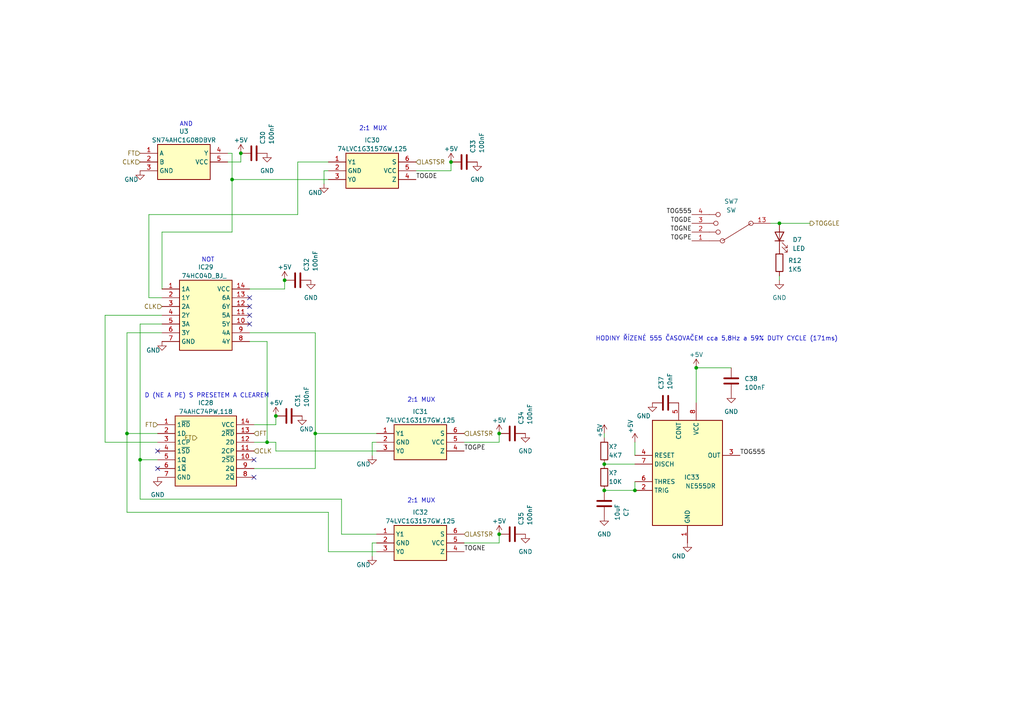
<source format=kicad_sch>
(kicad_sch
	(version 20231120)
	(generator "eeschema")
	(generator_version "8.0")
	(uuid "e315d29e-b5ad-4260-b5ad-f873d9043980")
	(paper "A4")
	(lib_symbols
		(symbol "AAAAAAAAAA:74AHC74PW,118"
			(exclude_from_sim no)
			(in_bom yes)
			(on_board yes)
			(property "Reference" "IC"
				(at 24.13 7.62 0)
				(effects
					(font
						(size 1.27 1.27)
					)
					(justify left top)
				)
			)
			(property "Value" "74AHC74PW,118"
				(at 24.13 5.08 0)
				(effects
					(font
						(size 1.27 1.27)
					)
					(justify left top)
				)
			)
			(property "Footprint" "SOP65P640X110-14N"
				(at 24.13 -94.92 0)
				(effects
					(font
						(size 1.27 1.27)
					)
					(justify left top)
					(hide yes)
				)
			)
			(property "Datasheet" "https://assets.nexperia.com/documents/data-sheet/74AHC_AHCT74.pdf"
				(at 24.13 -194.92 0)
				(effects
					(font
						(size 1.27 1.27)
					)
					(justify left top)
					(hide yes)
				)
			)
			(property "Description" "74AHC(T)74 - Dual D-type flip-flop with set and reset; positive-edge trigger@en-us"
				(at 0 0 0)
				(effects
					(font
						(size 1.27 1.27)
					)
					(hide yes)
				)
			)
			(property "Height" "1.1"
				(at 24.13 -394.92 0)
				(effects
					(font
						(size 1.27 1.27)
					)
					(justify left top)
					(hide yes)
				)
			)
			(property "TME Electronic Components Part Number" ""
				(at 24.13 -494.92 0)
				(effects
					(font
						(size 1.27 1.27)
					)
					(justify left top)
					(hide yes)
				)
			)
			(property "TME Electronic Components Price/Stock" ""
				(at 24.13 -594.92 0)
				(effects
					(font
						(size 1.27 1.27)
					)
					(justify left top)
					(hide yes)
				)
			)
			(property "Manufacturer_Name" "Nexperia"
				(at 24.13 -694.92 0)
				(effects
					(font
						(size 1.27 1.27)
					)
					(justify left top)
					(hide yes)
				)
			)
			(property "Manufacturer_Part_Number" "74AHC74PW,118"
				(at 24.13 -794.92 0)
				(effects
					(font
						(size 1.27 1.27)
					)
					(justify left top)
					(hide yes)
				)
			)
			(symbol "74AHC74PW,118_1_1"
				(rectangle
					(start 5.08 2.54)
					(end 22.86 -17.78)
					(stroke
						(width 0.254)
						(type default)
					)
					(fill
						(type background)
					)
				)
				(pin passive line
					(at 0 0 0)
					(length 5.08)
					(name "1~{RD}"
						(effects
							(font
								(size 1.27 1.27)
							)
						)
					)
					(number "1"
						(effects
							(font
								(size 1.27 1.27)
							)
						)
					)
				)
				(pin passive line
					(at 27.94 -10.16 180)
					(length 5.08)
					(name "2~{SD}"
						(effects
							(font
								(size 1.27 1.27)
							)
						)
					)
					(number "10"
						(effects
							(font
								(size 1.27 1.27)
							)
						)
					)
				)
				(pin passive line
					(at 27.94 -7.62 180)
					(length 5.08)
					(name "2CP"
						(effects
							(font
								(size 1.27 1.27)
							)
						)
					)
					(number "11"
						(effects
							(font
								(size 1.27 1.27)
							)
						)
					)
				)
				(pin passive line
					(at 27.94 -5.08 180)
					(length 5.08)
					(name "2D"
						(effects
							(font
								(size 1.27 1.27)
							)
						)
					)
					(number "12"
						(effects
							(font
								(size 1.27 1.27)
							)
						)
					)
				)
				(pin passive line
					(at 27.94 -2.54 180)
					(length 5.08)
					(name "2~{RD}"
						(effects
							(font
								(size 1.27 1.27)
							)
						)
					)
					(number "13"
						(effects
							(font
								(size 1.27 1.27)
							)
						)
					)
				)
				(pin passive line
					(at 27.94 0 180)
					(length 5.08)
					(name "VCC"
						(effects
							(font
								(size 1.27 1.27)
							)
						)
					)
					(number "14"
						(effects
							(font
								(size 1.27 1.27)
							)
						)
					)
				)
				(pin passive line
					(at 0 -2.54 0)
					(length 5.08)
					(name "1D"
						(effects
							(font
								(size 1.27 1.27)
							)
						)
					)
					(number "2"
						(effects
							(font
								(size 1.27 1.27)
							)
						)
					)
				)
				(pin passive line
					(at 0 -5.08 0)
					(length 5.08)
					(name "1CP"
						(effects
							(font
								(size 1.27 1.27)
							)
						)
					)
					(number "3"
						(effects
							(font
								(size 1.27 1.27)
							)
						)
					)
				)
				(pin passive line
					(at 0 -7.62 0)
					(length 5.08)
					(name "1~{SD}"
						(effects
							(font
								(size 1.27 1.27)
							)
						)
					)
					(number "4"
						(effects
							(font
								(size 1.27 1.27)
							)
						)
					)
				)
				(pin passive line
					(at 0 -10.16 0)
					(length 5.08)
					(name "1Q"
						(effects
							(font
								(size 1.27 1.27)
							)
						)
					)
					(number "5"
						(effects
							(font
								(size 1.27 1.27)
							)
						)
					)
				)
				(pin passive line
					(at 0 -12.7 0)
					(length 5.08)
					(name "1~{Q}"
						(effects
							(font
								(size 1.27 1.27)
							)
						)
					)
					(number "6"
						(effects
							(font
								(size 1.27 1.27)
							)
						)
					)
				)
				(pin passive line
					(at 0 -15.24 0)
					(length 5.08)
					(name "GND"
						(effects
							(font
								(size 1.27 1.27)
							)
						)
					)
					(number "7"
						(effects
							(font
								(size 1.27 1.27)
							)
						)
					)
				)
				(pin passive line
					(at 27.94 -15.24 180)
					(length 5.08)
					(name "2~{Q}"
						(effects
							(font
								(size 1.27 1.27)
							)
						)
					)
					(number "8"
						(effects
							(font
								(size 1.27 1.27)
							)
						)
					)
				)
				(pin passive line
					(at 27.94 -12.7 180)
					(length 5.08)
					(name "2Q"
						(effects
							(font
								(size 1.27 1.27)
							)
						)
					)
					(number "9"
						(effects
							(font
								(size 1.27 1.27)
							)
						)
					)
				)
			)
		)
		(symbol "AAAAAAAAAA:74HC04D_BJ_"
			(exclude_from_sim no)
			(in_bom yes)
			(on_board yes)
			(property "Reference" "IC"
				(at 21.59 7.62 0)
				(effects
					(font
						(size 1.27 1.27)
					)
					(justify left top)
				)
			)
			(property "Value" "74HC04D_BJ_"
				(at 21.59 5.08 0)
				(effects
					(font
						(size 1.27 1.27)
					)
					(justify left top)
				)
			)
			(property "Footprint" "SOIC127P600X175-14N"
				(at 21.59 -94.92 0)
				(effects
					(font
						(size 1.27 1.27)
					)
					(justify left top)
					(hide yes)
				)
			)
			(property "Datasheet" "http://toshiba.semicon-storage.com/info/docget.jsp?did=37182&prodName=74HC04D"
				(at 21.59 -194.92 0)
				(effects
					(font
						(size 1.27 1.27)
					)
					(justify left top)
					(hide yes)
				)
			)
			(property "Description" "74HC CMOS LOGIC IC SERIES SOIC14"
				(at 0 0 0)
				(effects
					(font
						(size 1.27 1.27)
					)
					(hide yes)
				)
			)
			(property "Height" "1.75"
				(at 21.59 -394.92 0)
				(effects
					(font
						(size 1.27 1.27)
					)
					(justify left top)
					(hide yes)
				)
			)
			(property "TME Electronic Components Part Number" ""
				(at 21.59 -494.92 0)
				(effects
					(font
						(size 1.27 1.27)
					)
					(justify left top)
					(hide yes)
				)
			)
			(property "TME Electronic Components Price/Stock" ""
				(at 21.59 -594.92 0)
				(effects
					(font
						(size 1.27 1.27)
					)
					(justify left top)
					(hide yes)
				)
			)
			(property "Manufacturer_Name" "Toshiba"
				(at 21.59 -694.92 0)
				(effects
					(font
						(size 1.27 1.27)
					)
					(justify left top)
					(hide yes)
				)
			)
			(property "Manufacturer_Part_Number" "74HC04D(BJ)"
				(at 21.59 -794.92 0)
				(effects
					(font
						(size 1.27 1.27)
					)
					(justify left top)
					(hide yes)
				)
			)
			(symbol "74HC04D_BJ__1_1"
				(rectangle
					(start 5.08 2.54)
					(end 20.32 -17.78)
					(stroke
						(width 0.254)
						(type default)
					)
					(fill
						(type background)
					)
				)
				(pin input line
					(at 0 0 0)
					(length 5.08)
					(name "1A"
						(effects
							(font
								(size 1.27 1.27)
							)
						)
					)
					(number "1"
						(effects
							(font
								(size 1.27 1.27)
							)
						)
					)
				)
				(pin output line
					(at 25.4 -10.16 180)
					(length 5.08)
					(name "5Y"
						(effects
							(font
								(size 1.27 1.27)
							)
						)
					)
					(number "10"
						(effects
							(font
								(size 1.27 1.27)
							)
						)
					)
				)
				(pin input line
					(at 25.4 -7.62 180)
					(length 5.08)
					(name "5A"
						(effects
							(font
								(size 1.27 1.27)
							)
						)
					)
					(number "11"
						(effects
							(font
								(size 1.27 1.27)
							)
						)
					)
				)
				(pin output line
					(at 25.4 -5.08 180)
					(length 5.08)
					(name "6Y"
						(effects
							(font
								(size 1.27 1.27)
							)
						)
					)
					(number "12"
						(effects
							(font
								(size 1.27 1.27)
							)
						)
					)
				)
				(pin input line
					(at 25.4 -2.54 180)
					(length 5.08)
					(name "6A"
						(effects
							(font
								(size 1.27 1.27)
							)
						)
					)
					(number "13"
						(effects
							(font
								(size 1.27 1.27)
							)
						)
					)
				)
				(pin power_in line
					(at 25.4 0 180)
					(length 5.08)
					(name "VCC"
						(effects
							(font
								(size 1.27 1.27)
							)
						)
					)
					(number "14"
						(effects
							(font
								(size 1.27 1.27)
							)
						)
					)
				)
				(pin output line
					(at 0 -2.54 0)
					(length 5.08)
					(name "1Y"
						(effects
							(font
								(size 1.27 1.27)
							)
						)
					)
					(number "2"
						(effects
							(font
								(size 1.27 1.27)
							)
						)
					)
				)
				(pin input line
					(at 0 -5.08 0)
					(length 5.08)
					(name "2A"
						(effects
							(font
								(size 1.27 1.27)
							)
						)
					)
					(number "3"
						(effects
							(font
								(size 1.27 1.27)
							)
						)
					)
				)
				(pin output line
					(at 0 -7.62 0)
					(length 5.08)
					(name "2Y"
						(effects
							(font
								(size 1.27 1.27)
							)
						)
					)
					(number "4"
						(effects
							(font
								(size 1.27 1.27)
							)
						)
					)
				)
				(pin input line
					(at 0 -10.16 0)
					(length 5.08)
					(name "3A"
						(effects
							(font
								(size 1.27 1.27)
							)
						)
					)
					(number "5"
						(effects
							(font
								(size 1.27 1.27)
							)
						)
					)
				)
				(pin output line
					(at 0 -12.7 0)
					(length 5.08)
					(name "3Y"
						(effects
							(font
								(size 1.27 1.27)
							)
						)
					)
					(number "6"
						(effects
							(font
								(size 1.27 1.27)
							)
						)
					)
				)
				(pin power_in line
					(at 0 -15.24 0)
					(length 5.08)
					(name "GND"
						(effects
							(font
								(size 1.27 1.27)
							)
						)
					)
					(number "7"
						(effects
							(font
								(size 1.27 1.27)
							)
						)
					)
				)
				(pin output line
					(at 25.4 -15.24 180)
					(length 5.08)
					(name "4Y"
						(effects
							(font
								(size 1.27 1.27)
							)
						)
					)
					(number "8"
						(effects
							(font
								(size 1.27 1.27)
							)
						)
					)
				)
				(pin input line
					(at 25.4 -12.7 180)
					(length 5.08)
					(name "4A"
						(effects
							(font
								(size 1.27 1.27)
							)
						)
					)
					(number "9"
						(effects
							(font
								(size 1.27 1.27)
							)
						)
					)
				)
			)
		)
		(symbol "AAAAAAAAAA:74LVC1G3157GW,125"
			(exclude_from_sim no)
			(in_bom yes)
			(on_board yes)
			(property "Reference" "IC"
				(at 21.59 7.62 0)
				(effects
					(font
						(size 1.27 1.27)
					)
					(justify left top)
				)
			)
			(property "Value" "74LVC1G3157GW,125"
				(at 21.59 5.08 0)
				(effects
					(font
						(size 1.27 1.27)
					)
					(justify left top)
				)
			)
			(property "Footprint" "74LVC1G3157GW125"
				(at 21.59 -94.92 0)
				(effects
					(font
						(size 1.27 1.27)
					)
					(justify left top)
					(hide yes)
				)
			)
			(property "Datasheet" "https://assets.nexperia.com/documents/data-sheet/74LVC1G3157.pdf"
				(at 21.59 -194.92 0)
				(effects
					(font
						(size 1.27 1.27)
					)
					(justify left top)
					(hide yes)
				)
			)
			(property "Description" "Nexperia 74LVC1G3157GW,125, Multiplexer Single 2:1, 3.3 V, 6-Pin TSSOP"
				(at 0 0 0)
				(effects
					(font
						(size 1.27 1.27)
					)
					(hide yes)
				)
			)
			(property "Height" "1.1"
				(at 21.59 -394.92 0)
				(effects
					(font
						(size 1.27 1.27)
					)
					(justify left top)
					(hide yes)
				)
			)
			(property "TME Electronic Components Part Number" ""
				(at 21.59 -494.92 0)
				(effects
					(font
						(size 1.27 1.27)
					)
					(justify left top)
					(hide yes)
				)
			)
			(property "TME Electronic Components Price/Stock" ""
				(at 21.59 -594.92 0)
				(effects
					(font
						(size 1.27 1.27)
					)
					(justify left top)
					(hide yes)
				)
			)
			(property "Manufacturer_Name" "Nexperia"
				(at 21.59 -694.92 0)
				(effects
					(font
						(size 1.27 1.27)
					)
					(justify left top)
					(hide yes)
				)
			)
			(property "Manufacturer_Part_Number" "74LVC1G3157GW,125"
				(at 21.59 -794.92 0)
				(effects
					(font
						(size 1.27 1.27)
					)
					(justify left top)
					(hide yes)
				)
			)
			(symbol "74LVC1G3157GW,125_1_1"
				(rectangle
					(start 5.08 2.54)
					(end 20.32 -7.62)
					(stroke
						(width 0.254)
						(type default)
					)
					(fill
						(type background)
					)
				)
				(pin passive line
					(at 0 0 0)
					(length 5.08)
					(name "Y1"
						(effects
							(font
								(size 1.27 1.27)
							)
						)
					)
					(number "1"
						(effects
							(font
								(size 1.27 1.27)
							)
						)
					)
				)
				(pin passive line
					(at 0 -2.54 0)
					(length 5.08)
					(name "GND"
						(effects
							(font
								(size 1.27 1.27)
							)
						)
					)
					(number "2"
						(effects
							(font
								(size 1.27 1.27)
							)
						)
					)
				)
				(pin passive line
					(at 0 -5.08 0)
					(length 5.08)
					(name "Y0"
						(effects
							(font
								(size 1.27 1.27)
							)
						)
					)
					(number "3"
						(effects
							(font
								(size 1.27 1.27)
							)
						)
					)
				)
				(pin passive line
					(at 25.4 -5.08 180)
					(length 5.08)
					(name "Z"
						(effects
							(font
								(size 1.27 1.27)
							)
						)
					)
					(number "4"
						(effects
							(font
								(size 1.27 1.27)
							)
						)
					)
				)
				(pin passive line
					(at 25.4 -2.54 180)
					(length 5.08)
					(name "VCC"
						(effects
							(font
								(size 1.27 1.27)
							)
						)
					)
					(number "5"
						(effects
							(font
								(size 1.27 1.27)
							)
						)
					)
				)
				(pin passive line
					(at 25.4 0 180)
					(length 5.08)
					(name "S"
						(effects
							(font
								(size 1.27 1.27)
							)
						)
					)
					(number "6"
						(effects
							(font
								(size 1.27 1.27)
							)
						)
					)
				)
			)
		)
		(symbol "AAAAAAAAAA:NE555DR"
			(exclude_from_sim no)
			(in_bom yes)
			(on_board yes)
			(property "Reference" "IC"
				(at 26.67 15.24 0)
				(effects
					(font
						(size 1.27 1.27)
					)
					(justify left top)
				)
			)
			(property "Value" "NE555DR"
				(at 26.67 12.7 0)
				(effects
					(font
						(size 1.27 1.27)
					)
					(justify left top)
				)
			)
			(property "Footprint" "SOIC127P600X175-8N"
				(at 26.67 -87.3 0)
				(effects
					(font
						(size 1.27 1.27)
					)
					(justify left top)
					(hide yes)
				)
			)
			(property "Datasheet" "https://g.componentsearchengine.com/Datasheets/0/6648.pdf"
				(at 26.67 -187.3 0)
				(effects
					(font
						(size 1.27 1.27)
					)
					(justify left top)
					(hide yes)
				)
			)
			(property "Description" "Single Precision Timer"
				(at 0 0 0)
				(effects
					(font
						(size 1.27 1.27)
					)
					(hide yes)
				)
			)
			(property "Height" "1.75"
				(at 26.67 -387.3 0)
				(effects
					(font
						(size 1.27 1.27)
					)
					(justify left top)
					(hide yes)
				)
			)
			(property "TME Electronic Components Part Number" ""
				(at 26.67 -487.3 0)
				(effects
					(font
						(size 1.27 1.27)
					)
					(justify left top)
					(hide yes)
				)
			)
			(property "TME Electronic Components Price/Stock" ""
				(at 26.67 -587.3 0)
				(effects
					(font
						(size 1.27 1.27)
					)
					(justify left top)
					(hide yes)
				)
			)
			(property "Manufacturer_Name" "Texas Instruments"
				(at 26.67 -687.3 0)
				(effects
					(font
						(size 1.27 1.27)
					)
					(justify left top)
					(hide yes)
				)
			)
			(property "Manufacturer_Part_Number" "NE555DR"
				(at 26.67 -787.3 0)
				(effects
					(font
						(size 1.27 1.27)
					)
					(justify left top)
					(hide yes)
				)
			)
			(symbol "NE555DR_1_1"
				(rectangle
					(start 5.08 10.16)
					(end 25.4 -20.32)
					(stroke
						(width 0.254)
						(type default)
					)
					(fill
						(type background)
					)
				)
				(pin passive line
					(at 15.24 -25.4 90)
					(length 5.08)
					(name "GND"
						(effects
							(font
								(size 1.27 1.27)
							)
						)
					)
					(number "1"
						(effects
							(font
								(size 1.27 1.27)
							)
						)
					)
				)
				(pin passive line
					(at 0 -10.16 0)
					(length 5.08)
					(name "TRIG"
						(effects
							(font
								(size 1.27 1.27)
							)
						)
					)
					(number "2"
						(effects
							(font
								(size 1.27 1.27)
							)
						)
					)
				)
				(pin passive line
					(at 30.48 0 180)
					(length 5.08)
					(name "OUT"
						(effects
							(font
								(size 1.27 1.27)
							)
						)
					)
					(number "3"
						(effects
							(font
								(size 1.27 1.27)
							)
						)
					)
				)
				(pin passive line
					(at 0 0 0)
					(length 5.08)
					(name "RESET"
						(effects
							(font
								(size 1.27 1.27)
							)
						)
					)
					(number "4"
						(effects
							(font
								(size 1.27 1.27)
							)
						)
					)
				)
				(pin passive line
					(at 12.7 15.24 270)
					(length 5.08)
					(name "CONT"
						(effects
							(font
								(size 1.27 1.27)
							)
						)
					)
					(number "5"
						(effects
							(font
								(size 1.27 1.27)
							)
						)
					)
				)
				(pin passive line
					(at 0 -7.62 0)
					(length 5.08)
					(name "THRES"
						(effects
							(font
								(size 1.27 1.27)
							)
						)
					)
					(number "6"
						(effects
							(font
								(size 1.27 1.27)
							)
						)
					)
				)
				(pin passive line
					(at 0 -2.54 0)
					(length 5.08)
					(name "DISCH"
						(effects
							(font
								(size 1.27 1.27)
							)
						)
					)
					(number "7"
						(effects
							(font
								(size 1.27 1.27)
							)
						)
					)
				)
				(pin passive line
					(at 17.78 15.24 270)
					(length 5.08)
					(name "VCC"
						(effects
							(font
								(size 1.27 1.27)
							)
						)
					)
					(number "8"
						(effects
							(font
								(size 1.27 1.27)
							)
						)
					)
				)
			)
		)
		(symbol "AAAAAAAAAA:SN74AHC1G08DBVR"
			(exclude_from_sim no)
			(in_bom yes)
			(on_board yes)
			(property "Reference" "U"
				(at 21.59 7.62 0)
				(effects
					(font
						(size 1.27 1.27)
					)
					(justify left top)
				)
			)
			(property "Value" "SN74AHC1G08DBVR"
				(at 21.59 5.08 0)
				(effects
					(font
						(size 1.27 1.27)
					)
					(justify left top)
				)
			)
			(property "Footprint" "SOT95P280X145-5N"
				(at 21.59 -94.92 0)
				(effects
					(font
						(size 1.27 1.27)
					)
					(justify left top)
					(hide yes)
				)
			)
			(property "Datasheet" "http://www.ti.com/general/docs/lit/getliterature.tsp?genericPartNumber=SN74AHC1G08&&fileType=pdf"
				(at 21.59 -194.92 0)
				(effects
					(font
						(size 1.27 1.27)
					)
					(justify left top)
					(hide yes)
				)
			)
			(property "Description" "Texas Instruments SN74AHC1G08DBVR, 2-Input AND Logic Gate, 2  5.5 V, 5-Pin SOT-23"
				(at 0 0 0)
				(effects
					(font
						(size 1.27 1.27)
					)
					(hide yes)
				)
			)
			(property "Height" "1.45"
				(at 21.59 -394.92 0)
				(effects
					(font
						(size 1.27 1.27)
					)
					(justify left top)
					(hide yes)
				)
			)
			(property "TME Electronic Components Part Number" ""
				(at 21.59 -494.92 0)
				(effects
					(font
						(size 1.27 1.27)
					)
					(justify left top)
					(hide yes)
				)
			)
			(property "TME Electronic Components Price/Stock" ""
				(at 21.59 -594.92 0)
				(effects
					(font
						(size 1.27 1.27)
					)
					(justify left top)
					(hide yes)
				)
			)
			(property "Manufacturer_Name" "Texas Instruments"
				(at 21.59 -694.92 0)
				(effects
					(font
						(size 1.27 1.27)
					)
					(justify left top)
					(hide yes)
				)
			)
			(property "Manufacturer_Part_Number" "SN74AHC1G08DBVR"
				(at 21.59 -794.92 0)
				(effects
					(font
						(size 1.27 1.27)
					)
					(justify left top)
					(hide yes)
				)
			)
			(symbol "SN74AHC1G08DBVR_1_1"
				(rectangle
					(start 5.08 2.54)
					(end 20.32 -7.62)
					(stroke
						(width 0.254)
						(type default)
					)
					(fill
						(type background)
					)
				)
				(pin passive line
					(at 0 0 0)
					(length 5.08)
					(name "A"
						(effects
							(font
								(size 1.27 1.27)
							)
						)
					)
					(number "1"
						(effects
							(font
								(size 1.27 1.27)
							)
						)
					)
				)
				(pin passive line
					(at 0 -2.54 0)
					(length 5.08)
					(name "B"
						(effects
							(font
								(size 1.27 1.27)
							)
						)
					)
					(number "2"
						(effects
							(font
								(size 1.27 1.27)
							)
						)
					)
				)
				(pin passive line
					(at 0 -5.08 0)
					(length 5.08)
					(name "GND"
						(effects
							(font
								(size 1.27 1.27)
							)
						)
					)
					(number "3"
						(effects
							(font
								(size 1.27 1.27)
							)
						)
					)
				)
				(pin passive line
					(at 25.4 0 180)
					(length 5.08)
					(name "Y"
						(effects
							(font
								(size 1.27 1.27)
							)
						)
					)
					(number "4"
						(effects
							(font
								(size 1.27 1.27)
							)
						)
					)
				)
				(pin passive line
					(at 25.4 -2.54 180)
					(length 5.08)
					(name "VCC"
						(effects
							(font
								(size 1.27 1.27)
							)
						)
					)
					(number "5"
						(effects
							(font
								(size 1.27 1.27)
							)
						)
					)
				)
			)
		)
		(symbol "AAAAAAAAAA:SWITCH_ON-ON-ON-ON"
			(pin_names
				(offset 1.016) hide)
			(exclude_from_sim no)
			(in_bom yes)
			(on_board yes)
			(property "Reference" "SW"
				(at 0 20.32 0)
				(effects
					(font
						(size 1.27 1.27)
					)
				)
			)
			(property "Value" "SW_Rotary3x4"
				(at 1.27 7.62 0)
				(effects
					(font
						(size 1.27 1.27)
					)
				)
			)
			(property "Footprint" ""
				(at -2.54 20.32 0)
				(effects
					(font
						(size 1.27 1.27)
					)
					(hide yes)
				)
			)
			(property "Datasheet" "ON-ON-ON-ON"
				(at -2.54 20.32 0)
				(effects
					(font
						(size 1.27 1.27)
					)
					(hide yes)
				)
			)
			(property "Description" "3 rotary switches with 4 positions"
				(at 0 0 0)
				(effects
					(font
						(size 1.27 1.27)
					)
					(hide yes)
				)
			)
			(property "ki_keywords" "rotary switch"
				(at 0 0 0)
				(effects
					(font
						(size 1.27 1.27)
					)
					(hide yes)
				)
			)
			(symbol "SWITCH_ON-ON-ON-ON_0_0"
				(circle
					(center -4.445 12.7)
					(radius 0.635)
					(stroke
						(width 0)
						(type default)
					)
					(fill
						(type none)
					)
				)
				(polyline
					(pts
						(xy -4.445 12.7) (xy 3.81 17.78)
					)
					(stroke
						(width 0)
						(type default)
					)
					(fill
						(type none)
					)
				)
				(polyline
					(pts
						(xy 4.445 17.78) (xy 7.62 17.78)
					)
					(stroke
						(width 0)
						(type default)
					)
					(fill
						(type none)
					)
				)
				(polyline
					(pts
						(xy 5.715 10.16) (xy 7.62 10.16)
					)
					(stroke
						(width 0)
						(type default)
					)
					(fill
						(type none)
					)
				)
				(polyline
					(pts
						(xy 5.715 15.24) (xy 7.62 15.24)
					)
					(stroke
						(width 0)
						(type default)
					)
					(fill
						(type none)
					)
				)
				(polyline
					(pts
						(xy 6.35 12.7) (xy 7.62 12.7)
					)
					(stroke
						(width 0)
						(type default)
					)
					(fill
						(type none)
					)
				)
				(circle
					(center 3.81 17.78)
					(radius 0.635)
					(stroke
						(width 0)
						(type default)
					)
					(fill
						(type none)
					)
				)
				(circle
					(center 5.08 10.16)
					(radius 0.635)
					(stroke
						(width 0)
						(type default)
					)
					(fill
						(type none)
					)
				)
				(circle
					(center 5.08 15.24)
					(radius 0.635)
					(stroke
						(width 0)
						(type default)
					)
					(fill
						(type none)
					)
				)
				(circle
					(center 5.715 12.7)
					(radius 0.635)
					(stroke
						(width 0)
						(type default)
					)
					(fill
						(type none)
					)
				)
			)
			(symbol "SWITCH_ON-ON-ON-ON_0_1"
				(pin passive line
					(at 12.7 17.78 180)
					(length 5.08)
					(name "1"
						(effects
							(font
								(size 1.27 1.27)
							)
						)
					)
					(number "1"
						(effects
							(font
								(size 1.27 1.27)
							)
						)
					)
				)
				(pin passive line
					(at -10.16 12.7 0)
					(length 5.08)
					(name "13"
						(effects
							(font
								(size 1.27 1.27)
							)
						)
					)
					(number "13"
						(effects
							(font
								(size 1.27 1.27)
							)
						)
					)
				)
				(pin passive line
					(at 12.7 15.24 180)
					(length 5.08)
					(name "2"
						(effects
							(font
								(size 1.27 1.27)
							)
						)
					)
					(number "2"
						(effects
							(font
								(size 1.27 1.27)
							)
						)
					)
				)
				(pin passive line
					(at 12.7 12.7 180)
					(length 5.08)
					(name "3"
						(effects
							(font
								(size 1.27 1.27)
							)
						)
					)
					(number "3"
						(effects
							(font
								(size 1.27 1.27)
							)
						)
					)
				)
				(pin passive line
					(at 12.7 10.16 180)
					(length 5.08)
					(name "4"
						(effects
							(font
								(size 1.27 1.27)
							)
						)
					)
					(number "4"
						(effects
							(font
								(size 1.27 1.27)
							)
						)
					)
				)
			)
		)
		(symbol "Device:C"
			(pin_numbers hide)
			(pin_names
				(offset 0.254)
			)
			(exclude_from_sim no)
			(in_bom yes)
			(on_board yes)
			(property "Reference" "C"
				(at 0.635 2.54 0)
				(effects
					(font
						(size 1.27 1.27)
					)
					(justify left)
				)
			)
			(property "Value" "C"
				(at 0.635 -2.54 0)
				(effects
					(font
						(size 1.27 1.27)
					)
					(justify left)
				)
			)
			(property "Footprint" ""
				(at 0.9652 -3.81 0)
				(effects
					(font
						(size 1.27 1.27)
					)
					(hide yes)
				)
			)
			(property "Datasheet" "~"
				(at 0 0 0)
				(effects
					(font
						(size 1.27 1.27)
					)
					(hide yes)
				)
			)
			(property "Description" "Unpolarized capacitor"
				(at 0 0 0)
				(effects
					(font
						(size 1.27 1.27)
					)
					(hide yes)
				)
			)
			(property "ki_keywords" "cap capacitor"
				(at 0 0 0)
				(effects
					(font
						(size 1.27 1.27)
					)
					(hide yes)
				)
			)
			(property "ki_fp_filters" "C_*"
				(at 0 0 0)
				(effects
					(font
						(size 1.27 1.27)
					)
					(hide yes)
				)
			)
			(symbol "C_0_1"
				(polyline
					(pts
						(xy -2.032 -0.762) (xy 2.032 -0.762)
					)
					(stroke
						(width 0.508)
						(type default)
					)
					(fill
						(type none)
					)
				)
				(polyline
					(pts
						(xy -2.032 0.762) (xy 2.032 0.762)
					)
					(stroke
						(width 0.508)
						(type default)
					)
					(fill
						(type none)
					)
				)
			)
			(symbol "C_1_1"
				(pin passive line
					(at 0 3.81 270)
					(length 2.794)
					(name "~"
						(effects
							(font
								(size 1.27 1.27)
							)
						)
					)
					(number "1"
						(effects
							(font
								(size 1.27 1.27)
							)
						)
					)
				)
				(pin passive line
					(at 0 -3.81 90)
					(length 2.794)
					(name "~"
						(effects
							(font
								(size 1.27 1.27)
							)
						)
					)
					(number "2"
						(effects
							(font
								(size 1.27 1.27)
							)
						)
					)
				)
			)
		)
		(symbol "Device:LED"
			(pin_numbers hide)
			(pin_names
				(offset 1.016) hide)
			(exclude_from_sim no)
			(in_bom yes)
			(on_board yes)
			(property "Reference" "D"
				(at 0 2.54 0)
				(effects
					(font
						(size 1.27 1.27)
					)
				)
			)
			(property "Value" "LED"
				(at 0 -2.54 0)
				(effects
					(font
						(size 1.27 1.27)
					)
				)
			)
			(property "Footprint" ""
				(at 0 0 0)
				(effects
					(font
						(size 1.27 1.27)
					)
					(hide yes)
				)
			)
			(property "Datasheet" "~"
				(at 0 0 0)
				(effects
					(font
						(size 1.27 1.27)
					)
					(hide yes)
				)
			)
			(property "Description" "Light emitting diode"
				(at 0 0 0)
				(effects
					(font
						(size 1.27 1.27)
					)
					(hide yes)
				)
			)
			(property "ki_keywords" "LED diode"
				(at 0 0 0)
				(effects
					(font
						(size 1.27 1.27)
					)
					(hide yes)
				)
			)
			(property "ki_fp_filters" "LED* LED_SMD:* LED_THT:*"
				(at 0 0 0)
				(effects
					(font
						(size 1.27 1.27)
					)
					(hide yes)
				)
			)
			(symbol "LED_0_1"
				(polyline
					(pts
						(xy -1.27 -1.27) (xy -1.27 1.27)
					)
					(stroke
						(width 0.254)
						(type default)
					)
					(fill
						(type none)
					)
				)
				(polyline
					(pts
						(xy -1.27 0) (xy 1.27 0)
					)
					(stroke
						(width 0)
						(type default)
					)
					(fill
						(type none)
					)
				)
				(polyline
					(pts
						(xy 1.27 -1.27) (xy 1.27 1.27) (xy -1.27 0) (xy 1.27 -1.27)
					)
					(stroke
						(width 0.254)
						(type default)
					)
					(fill
						(type none)
					)
				)
				(polyline
					(pts
						(xy -3.048 -0.762) (xy -4.572 -2.286) (xy -3.81 -2.286) (xy -4.572 -2.286) (xy -4.572 -1.524)
					)
					(stroke
						(width 0)
						(type default)
					)
					(fill
						(type none)
					)
				)
				(polyline
					(pts
						(xy -1.778 -0.762) (xy -3.302 -2.286) (xy -2.54 -2.286) (xy -3.302 -2.286) (xy -3.302 -1.524)
					)
					(stroke
						(width 0)
						(type default)
					)
					(fill
						(type none)
					)
				)
			)
			(symbol "LED_1_1"
				(pin passive line
					(at -3.81 0 0)
					(length 2.54)
					(name "K"
						(effects
							(font
								(size 1.27 1.27)
							)
						)
					)
					(number "1"
						(effects
							(font
								(size 1.27 1.27)
							)
						)
					)
				)
				(pin passive line
					(at 3.81 0 180)
					(length 2.54)
					(name "A"
						(effects
							(font
								(size 1.27 1.27)
							)
						)
					)
					(number "2"
						(effects
							(font
								(size 1.27 1.27)
							)
						)
					)
				)
			)
		)
		(symbol "Device:R"
			(pin_numbers hide)
			(pin_names
				(offset 0)
			)
			(exclude_from_sim no)
			(in_bom yes)
			(on_board yes)
			(property "Reference" "R"
				(at 2.032 0 90)
				(effects
					(font
						(size 1.27 1.27)
					)
				)
			)
			(property "Value" "R"
				(at 0 0 90)
				(effects
					(font
						(size 1.27 1.27)
					)
				)
			)
			(property "Footprint" ""
				(at -1.778 0 90)
				(effects
					(font
						(size 1.27 1.27)
					)
					(hide yes)
				)
			)
			(property "Datasheet" "~"
				(at 0 0 0)
				(effects
					(font
						(size 1.27 1.27)
					)
					(hide yes)
				)
			)
			(property "Description" "Resistor"
				(at 0 0 0)
				(effects
					(font
						(size 1.27 1.27)
					)
					(hide yes)
				)
			)
			(property "ki_keywords" "R res resistor"
				(at 0 0 0)
				(effects
					(font
						(size 1.27 1.27)
					)
					(hide yes)
				)
			)
			(property "ki_fp_filters" "R_*"
				(at 0 0 0)
				(effects
					(font
						(size 1.27 1.27)
					)
					(hide yes)
				)
			)
			(symbol "R_0_1"
				(rectangle
					(start -1.016 -2.54)
					(end 1.016 2.54)
					(stroke
						(width 0.254)
						(type default)
					)
					(fill
						(type none)
					)
				)
			)
			(symbol "R_1_1"
				(pin passive line
					(at 0 3.81 270)
					(length 1.27)
					(name "~"
						(effects
							(font
								(size 1.27 1.27)
							)
						)
					)
					(number "1"
						(effects
							(font
								(size 1.27 1.27)
							)
						)
					)
				)
				(pin passive line
					(at 0 -3.81 90)
					(length 1.27)
					(name "~"
						(effects
							(font
								(size 1.27 1.27)
							)
						)
					)
					(number "2"
						(effects
							(font
								(size 1.27 1.27)
							)
						)
					)
				)
			)
		)
		(symbol "GND_1"
			(power)
			(pin_names
				(offset 0)
			)
			(exclude_from_sim no)
			(in_bom yes)
			(on_board yes)
			(property "Reference" "#PWR"
				(at 0 -6.35 0)
				(effects
					(font
						(size 1.27 1.27)
					)
					(hide yes)
				)
			)
			(property "Value" "GND_1"
				(at 0 -3.81 0)
				(effects
					(font
						(size 1.27 1.27)
					)
				)
			)
			(property "Footprint" ""
				(at 0 0 0)
				(effects
					(font
						(size 1.27 1.27)
					)
					(hide yes)
				)
			)
			(property "Datasheet" ""
				(at 0 0 0)
				(effects
					(font
						(size 1.27 1.27)
					)
					(hide yes)
				)
			)
			(property "Description" "Power symbol creates a global label with name \"GND\" , ground"
				(at 0 0 0)
				(effects
					(font
						(size 1.27 1.27)
					)
					(hide yes)
				)
			)
			(property "ki_keywords" "global power"
				(at 0 0 0)
				(effects
					(font
						(size 1.27 1.27)
					)
					(hide yes)
				)
			)
			(symbol "GND_1_0_1"
				(polyline
					(pts
						(xy 0 0) (xy 0 -1.27) (xy 1.27 -1.27) (xy 0 -2.54) (xy -1.27 -1.27) (xy 0 -1.27)
					)
					(stroke
						(width 0)
						(type default)
					)
					(fill
						(type none)
					)
				)
			)
			(symbol "GND_1_1_1"
				(pin power_in line
					(at 0 0 270)
					(length 0) hide
					(name "GND"
						(effects
							(font
								(size 1.27 1.27)
							)
						)
					)
					(number "1"
						(effects
							(font
								(size 1.27 1.27)
							)
						)
					)
				)
			)
		)
		(symbol "power:+5V"
			(power)
			(pin_names
				(offset 0)
			)
			(exclude_from_sim no)
			(in_bom yes)
			(on_board yes)
			(property "Reference" "#PWR"
				(at 0 -3.81 0)
				(effects
					(font
						(size 1.27 1.27)
					)
					(hide yes)
				)
			)
			(property "Value" "+5V"
				(at 0 3.556 0)
				(effects
					(font
						(size 1.27 1.27)
					)
				)
			)
			(property "Footprint" ""
				(at 0 0 0)
				(effects
					(font
						(size 1.27 1.27)
					)
					(hide yes)
				)
			)
			(property "Datasheet" ""
				(at 0 0 0)
				(effects
					(font
						(size 1.27 1.27)
					)
					(hide yes)
				)
			)
			(property "Description" "Power symbol creates a global label with name \"+5V\""
				(at 0 0 0)
				(effects
					(font
						(size 1.27 1.27)
					)
					(hide yes)
				)
			)
			(property "ki_keywords" "global power"
				(at 0 0 0)
				(effects
					(font
						(size 1.27 1.27)
					)
					(hide yes)
				)
			)
			(symbol "+5V_0_1"
				(polyline
					(pts
						(xy -0.762 1.27) (xy 0 2.54)
					)
					(stroke
						(width 0)
						(type default)
					)
					(fill
						(type none)
					)
				)
				(polyline
					(pts
						(xy 0 0) (xy 0 2.54)
					)
					(stroke
						(width 0)
						(type default)
					)
					(fill
						(type none)
					)
				)
				(polyline
					(pts
						(xy 0 2.54) (xy 0.762 1.27)
					)
					(stroke
						(width 0)
						(type default)
					)
					(fill
						(type none)
					)
				)
			)
			(symbol "+5V_1_1"
				(pin power_in line
					(at 0 0 90)
					(length 0) hide
					(name "+5V"
						(effects
							(font
								(size 1.27 1.27)
							)
						)
					)
					(number "1"
						(effects
							(font
								(size 1.27 1.27)
							)
						)
					)
				)
			)
		)
		(symbol "power:GND"
			(power)
			(pin_names
				(offset 0)
			)
			(exclude_from_sim no)
			(in_bom yes)
			(on_board yes)
			(property "Reference" "#PWR"
				(at 0 -6.35 0)
				(effects
					(font
						(size 1.27 1.27)
					)
					(hide yes)
				)
			)
			(property "Value" "GND"
				(at 0 -3.81 0)
				(effects
					(font
						(size 1.27 1.27)
					)
				)
			)
			(property "Footprint" ""
				(at 0 0 0)
				(effects
					(font
						(size 1.27 1.27)
					)
					(hide yes)
				)
			)
			(property "Datasheet" ""
				(at 0 0 0)
				(effects
					(font
						(size 1.27 1.27)
					)
					(hide yes)
				)
			)
			(property "Description" "Power symbol creates a global label with name \"GND\" , ground"
				(at 0 0 0)
				(effects
					(font
						(size 1.27 1.27)
					)
					(hide yes)
				)
			)
			(property "ki_keywords" "global power"
				(at 0 0 0)
				(effects
					(font
						(size 1.27 1.27)
					)
					(hide yes)
				)
			)
			(symbol "GND_0_1"
				(polyline
					(pts
						(xy 0 0) (xy 0 -1.27) (xy 1.27 -1.27) (xy 0 -2.54) (xy -1.27 -1.27) (xy 0 -1.27)
					)
					(stroke
						(width 0)
						(type default)
					)
					(fill
						(type none)
					)
				)
			)
			(symbol "GND_1_1"
				(pin power_in line
					(at 0 0 270)
					(length 0) hide
					(name "GND"
						(effects
							(font
								(size 1.27 1.27)
							)
						)
					)
					(number "1"
						(effects
							(font
								(size 1.27 1.27)
							)
						)
					)
				)
			)
		)
	)
	(junction
		(at 67.31 52.07)
		(diameter 0)
		(color 0 0 0 0)
		(uuid "106d9582-cab3-4fb3-963a-fe776cae69d3")
	)
	(junction
		(at 36.83 125.73)
		(diameter 0)
		(color 0 0 0 0)
		(uuid "2b7cdeda-8190-4ee0-b168-3f4b7ccfbca4")
	)
	(junction
		(at 91.44 125.73)
		(diameter 0)
		(color 0 0 0 0)
		(uuid "33c84815-67ae-489c-af3f-ce77c78054e6")
	)
	(junction
		(at 144.78 125.73)
		(diameter 0)
		(color 0 0 0 0)
		(uuid "377e03c0-9438-49e0-bcab-3408deefc361")
	)
	(junction
		(at 175.26 142.24)
		(diameter 0)
		(color 0 0 0 0)
		(uuid "44ba2e8e-14b0-4184-ae00-3d3924ed00e0")
	)
	(junction
		(at 201.93 106.68)
		(diameter 0)
		(color 0 0 0 0)
		(uuid "54a0847a-7478-49aa-bdd7-665e621dbfc4")
	)
	(junction
		(at 82.55 81.28)
		(diameter 0)
		(color 0 0 0 0)
		(uuid "600bd573-d4ea-40f7-a3a2-f618495a6f70")
	)
	(junction
		(at 40.64 133.35)
		(diameter 0)
		(color 0 0 0 0)
		(uuid "6232c0a0-432d-4095-81ab-b40ccaa5de2e")
	)
	(junction
		(at 130.81 46.99)
		(diameter 0)
		(color 0 0 0 0)
		(uuid "66142a41-93e7-4ac9-a5ae-1a62c07b7b5c")
	)
	(junction
		(at 69.85 44.45)
		(diameter 0)
		(color 0 0 0 0)
		(uuid "73070e2f-0805-4444-89a5-55f963f84277")
	)
	(junction
		(at 144.78 154.94)
		(diameter 0)
		(color 0 0 0 0)
		(uuid "7e00287f-85ae-44a5-b244-f28b7ab24613")
	)
	(junction
		(at 77.47 128.27)
		(diameter 0)
		(color 0 0 0 0)
		(uuid "911d4768-ad5a-4311-9683-3f2c4d33256e")
	)
	(junction
		(at 226.06 64.77)
		(diameter 0)
		(color 0 0 0 0)
		(uuid "994587e4-92fd-4cfe-876d-801122b7ca42")
	)
	(junction
		(at 175.26 134.62)
		(diameter 0)
		(color 0 0 0 0)
		(uuid "a156e900-01d6-4252-8d45-8ecd183570ea")
	)
	(junction
		(at 80.01 120.65)
		(diameter 0)
		(color 0 0 0 0)
		(uuid "b272eb80-d534-4365-a1a8-ce7f52335575")
	)
	(junction
		(at 184.15 142.24)
		(diameter 0)
		(color 0 0 0 0)
		(uuid "d662c231-0bfb-478e-931e-afc52835c020")
	)
	(no_connect
		(at 72.39 91.44)
		(uuid "14c3c31e-2926-4fb6-9aab-c20e329dc387")
	)
	(no_connect
		(at 72.39 86.36)
		(uuid "54309f51-6375-43b1-a45d-f5fb7d1019b3")
	)
	(no_connect
		(at 72.39 93.98)
		(uuid "65f92a6f-baf3-4276-983c-caddbda5c473")
	)
	(no_connect
		(at 45.72 135.89)
		(uuid "7249396e-0bf9-43e3-a291-7dbeaa4dd143")
	)
	(no_connect
		(at 45.72 130.81)
		(uuid "757b14c9-1c0e-4186-849d-ded748707fd1")
	)
	(no_connect
		(at 73.66 138.43)
		(uuid "a1dc1967-2cb0-46f1-9a7a-e1230ab482e8")
	)
	(no_connect
		(at 73.66 133.35)
		(uuid "ab54b358-d3b6-4ebb-9e2d-45981e5be00c")
	)
	(no_connect
		(at 72.39 88.9)
		(uuid "c0fdad02-758d-403a-8cb8-7e687ce38b23")
	)
	(wire
		(pts
			(xy 144.78 154.94) (xy 144.78 157.48)
		)
		(stroke
			(width 0)
			(type default)
		)
		(uuid "03b572a8-dbbb-4e60-9cdc-3f9169036207")
	)
	(wire
		(pts
			(xy 36.83 148.59) (xy 36.83 125.73)
		)
		(stroke
			(width 0)
			(type default)
		)
		(uuid "0858f2d8-6c0b-4b11-8abf-525eab052191")
	)
	(wire
		(pts
			(xy 107.95 157.48) (xy 109.22 157.48)
		)
		(stroke
			(width 0)
			(type default)
		)
		(uuid "0b8b1c43-47ce-4618-a4e3-21fc5573e911")
	)
	(wire
		(pts
			(xy 91.44 96.52) (xy 91.44 125.73)
		)
		(stroke
			(width 0)
			(type default)
		)
		(uuid "0ba5b57b-98f3-44cc-8d25-e3db44efc6e1")
	)
	(wire
		(pts
			(xy 36.83 125.73) (xy 45.72 125.73)
		)
		(stroke
			(width 0)
			(type default)
		)
		(uuid "10e75aeb-3932-4e90-94e4-db69bf337f22")
	)
	(wire
		(pts
			(xy 36.83 96.52) (xy 36.83 125.73)
		)
		(stroke
			(width 0)
			(type default)
		)
		(uuid "121d741d-ded2-42fb-8e4f-c6ff6149d8ec")
	)
	(wire
		(pts
			(xy 95.25 148.59) (xy 36.83 148.59)
		)
		(stroke
			(width 0)
			(type default)
		)
		(uuid "145a0346-b3fa-4f02-b6c0-e3c5998e6e81")
	)
	(wire
		(pts
			(xy 144.78 125.73) (xy 144.78 128.27)
		)
		(stroke
			(width 0)
			(type default)
		)
		(uuid "1a23be10-caf1-4474-a9e2-eeec55ac49d1")
	)
	(wire
		(pts
			(xy 80.01 128.27) (xy 77.47 128.27)
		)
		(stroke
			(width 0)
			(type default)
		)
		(uuid "1c1d0ec8-a4fd-475c-b14d-17a7fdc87176")
	)
	(wire
		(pts
			(xy 201.93 106.68) (xy 212.09 106.68)
		)
		(stroke
			(width 0)
			(type default)
		)
		(uuid "1c6a01d5-0ccf-4a03-a0ef-a3e5e02294ad")
	)
	(wire
		(pts
			(xy 67.31 52.07) (xy 67.31 67.31)
		)
		(stroke
			(width 0)
			(type default)
		)
		(uuid "2678abdb-31fb-4849-9d88-662621327b8d")
	)
	(wire
		(pts
			(xy 91.44 125.73) (xy 91.44 135.89)
		)
		(stroke
			(width 0)
			(type default)
		)
		(uuid "2984d1ee-7982-4afd-a3bc-7c6c40d6145a")
	)
	(wire
		(pts
			(xy 46.99 96.52) (xy 36.83 96.52)
		)
		(stroke
			(width 0)
			(type default)
		)
		(uuid "308730c2-dcaf-4a58-92ad-af9f2ad73aa4")
	)
	(wire
		(pts
			(xy 107.95 128.27) (xy 109.22 128.27)
		)
		(stroke
			(width 0)
			(type default)
		)
		(uuid "371448e2-c866-4ffc-b684-dc2561e2eb31")
	)
	(wire
		(pts
			(xy 99.06 154.94) (xy 109.22 154.94)
		)
		(stroke
			(width 0)
			(type default)
		)
		(uuid "3dcf251d-25bf-43e6-922c-a9753d3aa860")
	)
	(wire
		(pts
			(xy 234.95 64.77) (xy 226.06 64.77)
		)
		(stroke
			(width 0)
			(type default)
		)
		(uuid "3e29b124-c0f8-4360-a870-f903e9f89c62")
	)
	(wire
		(pts
			(xy 175.26 142.24) (xy 184.15 142.24)
		)
		(stroke
			(width 0)
			(type default)
		)
		(uuid "44804b6a-0475-470a-98eb-9014338cc181")
	)
	(wire
		(pts
			(xy 86.36 62.23) (xy 86.36 46.99)
		)
		(stroke
			(width 0)
			(type default)
		)
		(uuid "4874373d-5ebf-4113-9248-f02f2cb4356f")
	)
	(wire
		(pts
			(xy 67.31 44.45) (xy 67.31 52.07)
		)
		(stroke
			(width 0)
			(type default)
		)
		(uuid "493beca9-4a8e-4640-82f4-677ec191683e")
	)
	(wire
		(pts
			(xy 93.98 53.34) (xy 93.98 49.53)
		)
		(stroke
			(width 0)
			(type default)
		)
		(uuid "4a6ff3b6-ec39-4bf4-b7bb-1321820e2e16")
	)
	(wire
		(pts
			(xy 67.31 52.07) (xy 95.25 52.07)
		)
		(stroke
			(width 0)
			(type default)
		)
		(uuid "4c0364ec-d428-499d-b00f-4d999317b51a")
	)
	(wire
		(pts
			(xy 201.93 106.68) (xy 201.93 116.84)
		)
		(stroke
			(width 0)
			(type default)
		)
		(uuid "52acb260-81d1-413e-8b06-a54e1c6ccb41")
	)
	(wire
		(pts
			(xy 67.31 67.31) (xy 46.99 67.31)
		)
		(stroke
			(width 0)
			(type default)
		)
		(uuid "5402193a-4f3a-4a87-884c-896f2f75ecd4")
	)
	(wire
		(pts
			(xy 86.36 46.99) (xy 95.25 46.99)
		)
		(stroke
			(width 0)
			(type default)
		)
		(uuid "55cc02f3-1112-46a6-83f2-464e47029576")
	)
	(wire
		(pts
			(xy 69.85 44.45) (xy 69.85 46.99)
		)
		(stroke
			(width 0)
			(type default)
		)
		(uuid "55de44b1-0a7c-4097-8fd2-e5557ab1f6dd")
	)
	(wire
		(pts
			(xy 109.22 130.81) (xy 80.01 130.81)
		)
		(stroke
			(width 0)
			(type default)
		)
		(uuid "5b228701-d8f9-4892-8e45-21312846e205")
	)
	(wire
		(pts
			(xy 77.47 128.27) (xy 73.66 128.27)
		)
		(stroke
			(width 0)
			(type default)
		)
		(uuid "5b376704-b83a-44d8-a533-72546da53918")
	)
	(wire
		(pts
			(xy 66.04 46.99) (xy 69.85 46.99)
		)
		(stroke
			(width 0)
			(type default)
		)
		(uuid "5c8b9deb-d31a-4a60-b5c5-385f8ed0f423")
	)
	(wire
		(pts
			(xy 40.64 93.98) (xy 46.99 93.98)
		)
		(stroke
			(width 0)
			(type default)
		)
		(uuid "5ef6f025-2c18-4788-b8c6-5214450b5984")
	)
	(wire
		(pts
			(xy 72.39 83.82) (xy 82.55 83.82)
		)
		(stroke
			(width 0)
			(type default)
		)
		(uuid "685932da-d38d-4c67-85f6-190b2673ff5a")
	)
	(wire
		(pts
			(xy 46.99 86.36) (xy 43.18 86.36)
		)
		(stroke
			(width 0)
			(type default)
		)
		(uuid "6e91ac71-b4c7-4192-aa29-e9b325ededa5")
	)
	(wire
		(pts
			(xy 45.72 133.35) (xy 40.64 133.35)
		)
		(stroke
			(width 0)
			(type default)
		)
		(uuid "6f0f69ff-134a-4efc-ac73-206ed6b3438f")
	)
	(wire
		(pts
			(xy 30.48 128.27) (xy 45.72 128.27)
		)
		(stroke
			(width 0)
			(type default)
		)
		(uuid "71775908-f06e-4c9d-8590-cddc2e809cd2")
	)
	(wire
		(pts
			(xy 46.99 67.31) (xy 46.99 83.82)
		)
		(stroke
			(width 0)
			(type default)
		)
		(uuid "745a4d5e-2b07-47d7-b9c7-35fae6d65264")
	)
	(wire
		(pts
			(xy 226.06 64.77) (xy 223.52 64.77)
		)
		(stroke
			(width 0)
			(type default)
		)
		(uuid "78ef2d59-a493-44e7-bfe9-248b46f700ce")
	)
	(wire
		(pts
			(xy 175.26 134.62) (xy 184.15 134.62)
		)
		(stroke
			(width 0)
			(type default)
		)
		(uuid "7a5f7125-a684-473a-8c24-b5828a38b98d")
	)
	(wire
		(pts
			(xy 130.81 46.99) (xy 130.81 49.53)
		)
		(stroke
			(width 0)
			(type default)
		)
		(uuid "80832f37-0ece-45da-a99e-06c51003eafa")
	)
	(wire
		(pts
			(xy 95.25 160.02) (xy 109.22 160.02)
		)
		(stroke
			(width 0)
			(type default)
		)
		(uuid "80bae3db-d562-43e6-b109-2917419f97e8")
	)
	(wire
		(pts
			(xy 93.98 49.53) (xy 95.25 49.53)
		)
		(stroke
			(width 0)
			(type default)
		)
		(uuid "84356a5f-188f-4885-a6f3-6df904c12811")
	)
	(wire
		(pts
			(xy 30.48 91.44) (xy 30.48 128.27)
		)
		(stroke
			(width 0)
			(type default)
		)
		(uuid "8b8c9a53-1d89-4aad-a6eb-e75771033db7")
	)
	(wire
		(pts
			(xy 120.65 49.53) (xy 130.81 49.53)
		)
		(stroke
			(width 0)
			(type default)
		)
		(uuid "8f27b4b5-7182-4ef4-b3bf-ac2f8920c897")
	)
	(wire
		(pts
			(xy 134.62 128.27) (xy 144.78 128.27)
		)
		(stroke
			(width 0)
			(type default)
		)
		(uuid "8f57ead9-9e0b-4c9f-ac65-b90c01a3ef52")
	)
	(wire
		(pts
			(xy 226.06 81.28) (xy 226.06 80.01)
		)
		(stroke
			(width 0)
			(type default)
		)
		(uuid "96bfd7ec-f00b-436b-8b37-7d9299b93375")
	)
	(wire
		(pts
			(xy 107.95 132.08) (xy 107.95 128.27)
		)
		(stroke
			(width 0)
			(type default)
		)
		(uuid "9bd21976-a555-4b6d-8d43-cfae687a687e")
	)
	(wire
		(pts
			(xy 73.66 135.89) (xy 91.44 135.89)
		)
		(stroke
			(width 0)
			(type default)
		)
		(uuid "9cc2ba83-0677-402a-a9cd-c722bba0fd3c")
	)
	(wire
		(pts
			(xy 134.62 157.48) (xy 144.78 157.48)
		)
		(stroke
			(width 0)
			(type default)
		)
		(uuid "9dfd29ac-e22c-456c-9488-44e5a1ced448")
	)
	(wire
		(pts
			(xy 66.04 44.45) (xy 67.31 44.45)
		)
		(stroke
			(width 0)
			(type default)
		)
		(uuid "a6da4f00-cfea-4e8b-96dd-0b2540d65b67")
	)
	(wire
		(pts
			(xy 40.64 133.35) (xy 40.64 144.78)
		)
		(stroke
			(width 0)
			(type default)
		)
		(uuid "aec59314-0e94-4ce8-b5d8-298b9a64a7f2")
	)
	(wire
		(pts
			(xy 80.01 120.65) (xy 80.01 123.19)
		)
		(stroke
			(width 0)
			(type default)
		)
		(uuid "b199b89e-5bb1-4f31-94e6-159d459ce6d0")
	)
	(wire
		(pts
			(xy 72.39 99.06) (xy 77.47 99.06)
		)
		(stroke
			(width 0)
			(type default)
		)
		(uuid "ba3d1a29-964d-43a1-85bc-63c3f943b9c9")
	)
	(wire
		(pts
			(xy 43.18 62.23) (xy 86.36 62.23)
		)
		(stroke
			(width 0)
			(type default)
		)
		(uuid "bbfda24c-f299-4892-ab63-8f5848a05492")
	)
	(wire
		(pts
			(xy 40.64 133.35) (xy 40.64 93.98)
		)
		(stroke
			(width 0)
			(type default)
		)
		(uuid "cea302b7-449b-4a1e-a739-ebaf152cd6f1")
	)
	(wire
		(pts
			(xy 175.26 125.73) (xy 175.26 127)
		)
		(stroke
			(width 0)
			(type default)
		)
		(uuid "cfa87f0a-58b7-451c-884b-e2c410031df6")
	)
	(wire
		(pts
			(xy 99.06 144.78) (xy 99.06 154.94)
		)
		(stroke
			(width 0)
			(type default)
		)
		(uuid "d0d11711-dc9a-4da3-81f1-39a9c4a83169")
	)
	(wire
		(pts
			(xy 80.01 130.81) (xy 80.01 128.27)
		)
		(stroke
			(width 0)
			(type default)
		)
		(uuid "d43fe89a-f0f6-4dc6-ac5d-8065bde3f5e1")
	)
	(wire
		(pts
			(xy 46.99 91.44) (xy 30.48 91.44)
		)
		(stroke
			(width 0)
			(type default)
		)
		(uuid "dc3016fe-102d-400a-8529-3e8e62e1ff00")
	)
	(wire
		(pts
			(xy 80.01 123.19) (xy 73.66 123.19)
		)
		(stroke
			(width 0)
			(type default)
		)
		(uuid "dc7f5a72-998f-4c6d-bc1a-7b5f84df462f")
	)
	(wire
		(pts
			(xy 77.47 99.06) (xy 77.47 128.27)
		)
		(stroke
			(width 0)
			(type default)
		)
		(uuid "df7c6b1c-7465-440f-81f3-7b359217263b")
	)
	(wire
		(pts
			(xy 82.55 81.28) (xy 82.55 83.82)
		)
		(stroke
			(width 0)
			(type default)
		)
		(uuid "e30ec8bb-50dc-4ca0-8808-1cc35dbe4887")
	)
	(wire
		(pts
			(xy 107.95 161.29) (xy 107.95 157.48)
		)
		(stroke
			(width 0)
			(type default)
		)
		(uuid "e6a9b70b-1055-4905-9749-7f58d9627bb1")
	)
	(wire
		(pts
			(xy 91.44 125.73) (xy 109.22 125.73)
		)
		(stroke
			(width 0)
			(type default)
		)
		(uuid "e7e1818d-1c84-42ef-b7d3-ed2ce0479768")
	)
	(wire
		(pts
			(xy 43.18 86.36) (xy 43.18 62.23)
		)
		(stroke
			(width 0)
			(type default)
		)
		(uuid "eca856d2-dab9-4c77-87c7-8bf4a3f91c8b")
	)
	(wire
		(pts
			(xy 91.44 96.52) (xy 72.39 96.52)
		)
		(stroke
			(width 0)
			(type default)
		)
		(uuid "efa2678a-428f-435f-80e4-00b05f718eb7")
	)
	(wire
		(pts
			(xy 184.15 139.7) (xy 184.15 142.24)
		)
		(stroke
			(width 0)
			(type default)
		)
		(uuid "f32d9043-b8bb-49fc-a7cb-5f1392ddef2b")
	)
	(wire
		(pts
			(xy 95.25 148.59) (xy 95.25 160.02)
		)
		(stroke
			(width 0)
			(type default)
		)
		(uuid "f34b5c00-69b9-47c6-ad38-596818b3ec86")
	)
	(wire
		(pts
			(xy 184.15 128.27) (xy 184.15 132.08)
		)
		(stroke
			(width 0)
			(type default)
		)
		(uuid "f715deb6-1421-4a5d-8def-a6aa986331da")
	)
	(wire
		(pts
			(xy 40.64 144.78) (xy 99.06 144.78)
		)
		(stroke
			(width 0)
			(type default)
		)
		(uuid "fe10143d-fac7-4b88-a541-583d53f5b627")
	)
	(text "NOT"
		(exclude_from_sim no)
		(at 58.42 76.2 0)
		(effects
			(font
				(size 1.27 1.27)
			)
			(justify left bottom)
		)
		(uuid "04dd0efe-3542-4c28-a519-f8ec815277c1")
	)
	(text "2:1 MUX"
		(exclude_from_sim no)
		(at 118.11 146.05 0)
		(effects
			(font
				(size 1.27 1.27)
			)
			(justify left bottom)
		)
		(uuid "2cdb29e8-c5e2-4335-a2a3-c99d16bd26d5")
	)
	(text "2:1 MUX"
		(exclude_from_sim no)
		(at 104.14 38.1 0)
		(effects
			(font
				(size 1.27 1.27)
			)
			(justify left bottom)
		)
		(uuid "38ba1164-0858-4e31-8b9d-aa8b3eeca713")
	)
	(text "D (NE A PE) S PRESETEM A CLEAREM"
		(exclude_from_sim no)
		(at 41.91 115.57 0)
		(effects
			(font
				(size 1.27 1.27)
			)
			(justify left bottom)
		)
		(uuid "39d59838-59ac-4555-977c-2d06fb9064f9")
	)
	(text "AND"
		(exclude_from_sim no)
		(at 52.07 36.83 0)
		(effects
			(font
				(size 1.27 1.27)
			)
			(justify left bottom)
		)
		(uuid "3d1ad83e-78ed-4c37-834e-0f97e95bd0d2")
	)
	(text "HODINY ŘÍZENÉ 555 ČASOVAČEM cca 5,8Hz a 59% DUTY CYCLE (171ms)"
		(exclude_from_sim no)
		(at 172.72 99.06 0)
		(effects
			(font
				(size 1.27 1.27)
			)
			(justify left bottom)
		)
		(uuid "862cd062-6bcf-4c5a-8acf-33fe5742aa9b")
	)
	(text "2:1 MUX"
		(exclude_from_sim no)
		(at 118.11 116.84 0)
		(effects
			(font
				(size 1.27 1.27)
			)
			(justify left bottom)
		)
		(uuid "edf6c050-9f5f-45f0-a962-4942bdaf0a6c")
	)
	(label "TOGPE"
		(at 200.66 69.85 180)
		(fields_autoplaced yes)
		(effects
			(font
				(size 1.27 1.27)
			)
			(justify right bottom)
		)
		(uuid "19d170ae-adab-4fcd-b5f1-2e633f5c4c8d")
	)
	(label "TOGNE"
		(at 200.66 67.31 180)
		(fields_autoplaced yes)
		(effects
			(font
				(size 1.27 1.27)
			)
			(justify right bottom)
		)
		(uuid "1da972ee-8fe4-4a40-9d9c-b43ed39a0cd1")
	)
	(label "TOG555"
		(at 200.66 62.23 180)
		(fields_autoplaced yes)
		(effects
			(font
				(size 1.27 1.27)
			)
			(justify right bottom)
		)
		(uuid "26fd9d39-132d-4a78-8f23-eb79da76b6b3")
	)
	(label "TOGNE"
		(at 134.62 160.02 0)
		(fields_autoplaced yes)
		(effects
			(font
				(size 1.27 1.27)
			)
			(justify left bottom)
		)
		(uuid "3ae0230a-a622-491d-9edb-38732e2289d0")
	)
	(label "TOG555"
		(at 214.63 132.08 0)
		(fields_autoplaced yes)
		(effects
			(font
				(size 1.27 1.27)
			)
			(justify left bottom)
		)
		(uuid "847f737a-f1dd-4f03-af33-237e2fe01f80")
	)
	(label "TOGDE"
		(at 200.66 64.77 180)
		(fields_autoplaced yes)
		(effects
			(font
				(size 1.27 1.27)
			)
			(justify right bottom)
		)
		(uuid "b108abfd-4822-422a-92c0-369bba956f1d")
	)
	(label "TOGPE"
		(at 134.62 130.81 0)
		(fields_autoplaced yes)
		(effects
			(font
				(size 1.27 1.27)
			)
			(justify left bottom)
		)
		(uuid "e92d2046-3b31-46bc-b65f-1f98d68b633b")
	)
	(label "TOGDE"
		(at 120.65 52.07 0)
		(fields_autoplaced yes)
		(effects
			(font
				(size 1.27 1.27)
			)
			(justify left bottom)
		)
		(uuid "ece9914f-84a8-47d0-9fbf-d59c32ec9af8")
	)
	(hierarchical_label "LASTSR"
		(shape input)
		(at 134.62 125.73 0)
		(fields_autoplaced yes)
		(effects
			(font
				(size 1.27 1.27)
			)
			(justify left)
		)
		(uuid "0f27c454-a826-4f46-a34b-a236cef15e2c")
	)
	(hierarchical_label "FT"
		(shape input)
		(at 40.64 44.45 180)
		(fields_autoplaced yes)
		(effects
			(font
				(size 1.27 1.27)
			)
			(justify right)
		)
		(uuid "3143aa2c-4795-4f73-b694-622ac736f4f4")
	)
	(hierarchical_label "CLK"
		(shape input)
		(at 73.66 130.81 0)
		(fields_autoplaced yes)
		(effects
			(font
				(size 1.27 1.27)
			)
			(justify left)
		)
		(uuid "3240ceee-ba56-4eb8-824b-a948accbc14c")
	)
	(hierarchical_label "TOGGLE"
		(shape output)
		(at 234.95 64.77 0)
		(fields_autoplaced yes)
		(effects
			(font
				(size 1.27 1.27)
			)
			(justify left)
		)
		(uuid "4c3c813b-6637-4498-805f-e446acb96ed8")
	)
	(hierarchical_label "FT"
		(shape input)
		(at 57.15 127 180)
		(fields_autoplaced yes)
		(effects
			(font
				(size 1.27 1.27)
			)
			(justify right)
		)
		(uuid "762e520f-1aa6-42ef-a808-df799c1e9e81")
	)
	(hierarchical_label "FT"
		(shape input)
		(at 73.66 125.73 0)
		(fields_autoplaced yes)
		(effects
			(font
				(size 1.27 1.27)
			)
			(justify left)
		)
		(uuid "85c8377d-84df-4567-8157-20005ac607bf")
	)
	(hierarchical_label "LASTSR"
		(shape input)
		(at 134.62 154.94 0)
		(fields_autoplaced yes)
		(effects
			(font
				(size 1.27 1.27)
			)
			(justify left)
		)
		(uuid "bcd53f9f-f7f1-407a-9061-596157ec5fc5")
	)
	(hierarchical_label "CLK"
		(shape input)
		(at 40.64 46.99 180)
		(fields_autoplaced yes)
		(effects
			(font
				(size 1.27 1.27)
			)
			(justify right)
		)
		(uuid "c6513b2f-d64e-4780-830d-bc9bfc6ec969")
	)
	(hierarchical_label "CLK"
		(shape input)
		(at 46.99 88.9 180)
		(fields_autoplaced yes)
		(effects
			(font
				(size 1.27 1.27)
			)
			(justify right)
		)
		(uuid "d0b7a9f3-6f7e-42a7-a96c-f365f4f3bf28")
	)
	(hierarchical_label "FT"
		(shape input)
		(at 45.72 123.19 180)
		(fields_autoplaced yes)
		(effects
			(font
				(size 1.27 1.27)
			)
			(justify right)
		)
		(uuid "ec96c389-645b-4e76-a6cf-f97ff33d802b")
	)
	(hierarchical_label "LASTSR"
		(shape input)
		(at 120.65 46.99 0)
		(fields_autoplaced yes)
		(effects
			(font
				(size 1.27 1.27)
			)
			(justify left)
		)
		(uuid "f9481b37-0688-417d-bd66-5b50b79f4746")
	)
	(symbol
		(lib_id "power:+5V")
		(at 130.81 46.99 0)
		(unit 1)
		(exclude_from_sim no)
		(in_bom yes)
		(on_board yes)
		(dnp no)
		(uuid "0e59bc40-d84c-4c61-bf8d-e4576e210bdc")
		(property "Reference" "#PWR0109"
			(at 130.81 50.8 0)
			(effects
				(font
					(size 1.27 1.27)
				)
				(hide yes)
			)
		)
		(property "Value" "+5V"
			(at 130.81 43.18 0)
			(effects
				(font
					(size 1.27 1.27)
				)
			)
		)
		(property "Footprint" ""
			(at 130.81 46.99 0)
			(effects
				(font
					(size 1.27 1.27)
				)
				(hide yes)
			)
		)
		(property "Datasheet" ""
			(at 130.81 46.99 0)
			(effects
				(font
					(size 1.27 1.27)
				)
				(hide yes)
			)
		)
		(property "Description" ""
			(at 130.81 46.99 0)
			(effects
				(font
					(size 1.27 1.27)
				)
				(hide yes)
			)
		)
		(pin "1"
			(uuid "52c13edf-2d7c-482f-b558-47ca81a6c83a")
		)
		(instances
			(project "256JKFF"
				(path "/56463b8e-670e-41df-bd3a-314161dc4bc4/1137bc5b-2bd5-4241-a436-e028c90e6a26"
					(reference "#PWR0109")
					(unit 1)
				)
			)
		)
	)
	(symbol
		(lib_id "power:GND")
		(at 46.99 99.06 0)
		(unit 1)
		(exclude_from_sim no)
		(in_bom yes)
		(on_board yes)
		(dnp no)
		(uuid "0e740c20-654e-4394-b495-8e540c4f1c5a")
		(property "Reference" "#PWR099"
			(at 46.99 105.41 0)
			(effects
				(font
					(size 1.27 1.27)
				)
				(hide yes)
			)
		)
		(property "Value" "GND"
			(at 44.45 101.6 0)
			(effects
				(font
					(size 1.27 1.27)
				)
			)
		)
		(property "Footprint" ""
			(at 46.99 99.06 0)
			(effects
				(font
					(size 1.27 1.27)
				)
				(hide yes)
			)
		)
		(property "Datasheet" ""
			(at 46.99 99.06 0)
			(effects
				(font
					(size 1.27 1.27)
				)
				(hide yes)
			)
		)
		(property "Description" ""
			(at 46.99 99.06 0)
			(effects
				(font
					(size 1.27 1.27)
				)
				(hide yes)
			)
		)
		(pin "1"
			(uuid "b7d24e50-c4bf-4fa0-aeec-23dce1177110")
		)
		(instances
			(project "256JKFF"
				(path "/56463b8e-670e-41df-bd3a-314161dc4bc4/1137bc5b-2bd5-4241-a436-e028c90e6a26"
					(reference "#PWR099")
					(unit 1)
				)
			)
		)
	)
	(symbol
		(lib_name "GND_1")
		(lib_id "power:GND")
		(at 175.26 149.86 0)
		(unit 1)
		(exclude_from_sim no)
		(in_bom yes)
		(on_board yes)
		(dnp no)
		(fields_autoplaced yes)
		(uuid "160ab431-c4b6-4b1c-aa76-d9067742e63a")
		(property "Reference" "#PWR?"
			(at 175.26 156.21 0)
			(effects
				(font
					(size 1.27 1.27)
				)
				(hide yes)
			)
		)
		(property "Value" "GND"
			(at 175.26 154.94 0)
			(effects
				(font
					(size 1.27 1.27)
				)
			)
		)
		(property "Footprint" ""
			(at 175.26 149.86 0)
			(effects
				(font
					(size 1.27 1.27)
				)
				(hide yes)
			)
		)
		(property "Datasheet" ""
			(at 175.26 149.86 0)
			(effects
				(font
					(size 1.27 1.27)
				)
				(hide yes)
			)
		)
		(property "Description" ""
			(at 175.26 149.86 0)
			(effects
				(font
					(size 1.27 1.27)
				)
				(hide yes)
			)
		)
		(pin "1"
			(uuid "5e8c83da-9ac9-486a-932e-2ab181c6d4ab")
		)
		(instances
			(project "katalog"
				(path "/13493232-959c-464b-b5f0-fef1f653d4f4"
					(reference "#PWR?")
					(unit 1)
				)
			)
			(project "256JKFF"
				(path "/56463b8e-670e-41df-bd3a-314161dc4bc4/1137bc5b-2bd5-4241-a436-e028c90e6a26"
					(reference "#PWR0116")
					(unit 1)
				)
			)
		)
	)
	(symbol
		(lib_id "Device:C")
		(at 212.09 110.49 180)
		(unit 1)
		(exclude_from_sim no)
		(in_bom yes)
		(on_board yes)
		(dnp no)
		(fields_autoplaced yes)
		(uuid "2b02b728-1c51-44e5-a2a5-3522c0eb299b")
		(property "Reference" "C38"
			(at 215.9 109.855 0)
			(effects
				(font
					(size 1.27 1.27)
				)
				(justify right)
			)
		)
		(property "Value" "100nF"
			(at 215.9 112.395 0)
			(effects
				(font
					(size 1.27 1.27)
				)
				(justify right)
			)
		)
		(property "Footprint" "Capacitor_SMD:C_1206_3216Metric"
			(at 211.1248 106.68 0)
			(effects
				(font
					(size 1.27 1.27)
				)
				(hide yes)
			)
		)
		(property "Datasheet" "~"
			(at 212.09 110.49 0)
			(effects
				(font
					(size 1.27 1.27)
				)
				(hide yes)
			)
		)
		(property "Description" ""
			(at 212.09 110.49 0)
			(effects
				(font
					(size 1.27 1.27)
				)
				(hide yes)
			)
		)
		(pin "1"
			(uuid "776e9695-1c94-4055-8c47-8f27428a95c3")
		)
		(pin "2"
			(uuid "5f74a290-9fef-41e7-a0f1-4c202db587fe")
		)
		(instances
			(project "256JKFF"
				(path "/56463b8e-670e-41df-bd3a-314161dc4bc4/1137bc5b-2bd5-4241-a436-e028c90e6a26"
					(reference "C38")
					(unit 1)
				)
			)
		)
	)
	(symbol
		(lib_id "Device:R")
		(at 226.06 76.2 0)
		(unit 1)
		(exclude_from_sim no)
		(in_bom yes)
		(on_board yes)
		(dnp no)
		(fields_autoplaced yes)
		(uuid "2bc3df79-9d0b-40cb-8e3a-0d5b46ff0a83")
		(property "Reference" "R12"
			(at 228.6 75.565 0)
			(effects
				(font
					(size 1.27 1.27)
				)
				(justify left)
			)
		)
		(property "Value" "1K5"
			(at 228.6 78.105 0)
			(effects
				(font
					(size 1.27 1.27)
				)
				(justify left)
			)
		)
		(property "Footprint" "Resistor_SMD:R_1206_3216Metric"
			(at 224.282 76.2 90)
			(effects
				(font
					(size 1.27 1.27)
				)
				(hide yes)
			)
		)
		(property "Datasheet" "~"
			(at 226.06 76.2 0)
			(effects
				(font
					(size 1.27 1.27)
				)
				(hide yes)
			)
		)
		(property "Description" ""
			(at 226.06 76.2 0)
			(effects
				(font
					(size 1.27 1.27)
				)
				(hide yes)
			)
		)
		(pin "1"
			(uuid "18539e4a-6e0a-403d-98a1-9ba2a4bd3bb8")
		)
		(pin "2"
			(uuid "d4ccc747-319c-4cba-8a65-a66b50a20531")
		)
		(instances
			(project "256JKFF"
				(path "/56463b8e-670e-41df-bd3a-314161dc4bc4/1137bc5b-2bd5-4241-a436-e028c90e6a26"
					(reference "R12")
					(unit 1)
				)
			)
		)
	)
	(symbol
		(lib_id "AAAAAAAAAA:SWITCH_ON-ON-ON-ON")
		(at 213.36 52.07 180)
		(unit 1)
		(exclude_from_sim no)
		(in_bom yes)
		(on_board yes)
		(dnp no)
		(fields_autoplaced yes)
		(uuid "2ce8552a-704a-4872-971a-a2d535b2eb5f")
		(property "Reference" "SW7"
			(at 212.09 58.42 0)
			(effects
				(font
					(size 1.27 1.27)
				)
			)
		)
		(property "Value" "SW"
			(at 212.09 60.96 0)
			(effects
				(font
					(size 1.27 1.27)
				)
			)
		)
		(property "Footprint" "AAAAAAAAA:SLIDESWITCH ON-ON-ON-ON x"
			(at 215.9 72.39 0)
			(effects
				(font
					(size 1.27 1.27)
				)
				(hide yes)
			)
		)
		(property "Datasheet" "ON-ON-ON-ON"
			(at 215.9 72.39 0)
			(effects
				(font
					(size 1.27 1.27)
				)
				(hide yes)
			)
		)
		(property "Description" ""
			(at 213.36 52.07 0)
			(effects
				(font
					(size 1.27 1.27)
				)
				(hide yes)
			)
		)
		(pin "1"
			(uuid "55d376f6-6999-43f7-873f-d44da29c573a")
		)
		(pin "13"
			(uuid "3391ffa2-ef95-4146-8a89-42ce2b5521f2")
		)
		(pin "2"
			(uuid "df4a11f1-95ac-433f-ae9e-8fc3e4d6a4fd")
		)
		(pin "3"
			(uuid "317fa3cd-3a8a-4f7b-87af-c21ed434b8ad")
		)
		(pin "4"
			(uuid "6b1a17a8-a702-442e-9282-d65a625d3697")
		)
		(instances
			(project "256JKFF"
				(path "/56463b8e-670e-41df-bd3a-314161dc4bc4/1137bc5b-2bd5-4241-a436-e028c90e6a26"
					(reference "SW7")
					(unit 1)
				)
			)
		)
	)
	(symbol
		(lib_id "power:+5V")
		(at 184.15 128.27 0)
		(unit 1)
		(exclude_from_sim no)
		(in_bom yes)
		(on_board yes)
		(dnp no)
		(uuid "3777e9bc-9af4-471f-9674-13795b4f0b11")
		(property "Reference" "#PWR?"
			(at 184.15 132.08 0)
			(effects
				(font
					(size 1.27 1.27)
				)
				(hide yes)
			)
		)
		(property "Value" "+5V"
			(at 182.88 125.73 90)
			(effects
				(font
					(size 1.27 1.27)
				)
				(justify left)
			)
		)
		(property "Footprint" ""
			(at 184.15 128.27 0)
			(effects
				(font
					(size 1.27 1.27)
				)
				(hide yes)
			)
		)
		(property "Datasheet" ""
			(at 184.15 128.27 0)
			(effects
				(font
					(size 1.27 1.27)
				)
				(hide yes)
			)
		)
		(property "Description" ""
			(at 184.15 128.27 0)
			(effects
				(font
					(size 1.27 1.27)
				)
				(hide yes)
			)
		)
		(pin "1"
			(uuid "4bdd95ec-a464-4f94-9cb6-66bc1261ee94")
		)
		(instances
			(project "katalog"
				(path "/13493232-959c-464b-b5f0-fef1f653d4f4"
					(reference "#PWR?")
					(unit 1)
				)
			)
			(project "256JKFF"
				(path "/56463b8e-670e-41df-bd3a-314161dc4bc4/1137bc5b-2bd5-4241-a436-e028c90e6a26"
					(reference "#PWR0117")
					(unit 1)
				)
			)
		)
	)
	(symbol
		(lib_id "Device:C")
		(at 86.36 81.28 270)
		(unit 1)
		(exclude_from_sim no)
		(in_bom yes)
		(on_board yes)
		(dnp no)
		(uuid "37be8068-f7c3-4e3b-a3ce-5c6aba56361d")
		(property "Reference" "C32"
			(at 88.9 78.74 0)
			(effects
				(font
					(size 1.27 1.27)
				)
				(justify right)
			)
		)
		(property "Value" "100nF"
			(at 91.44 78.74 0)
			(effects
				(font
					(size 1.27 1.27)
				)
				(justify right)
			)
		)
		(property "Footprint" "Capacitor_SMD:C_1206_3216Metric"
			(at 82.55 82.2452 0)
			(effects
				(font
					(size 1.27 1.27)
				)
				(hide yes)
			)
		)
		(property "Datasheet" "~"
			(at 86.36 81.28 0)
			(effects
				(font
					(size 1.27 1.27)
				)
				(hide yes)
			)
		)
		(property "Description" ""
			(at 86.36 81.28 0)
			(effects
				(font
					(size 1.27 1.27)
				)
				(hide yes)
			)
		)
		(pin "1"
			(uuid "ceb975ea-1d57-4d8c-9650-41daa5abd8a2")
		)
		(pin "2"
			(uuid "711b50ec-8e4e-4ab4-b47f-d437188307a5")
		)
		(instances
			(project "256JKFF"
				(path "/56463b8e-670e-41df-bd3a-314161dc4bc4/1137bc5b-2bd5-4241-a436-e028c90e6a26"
					(reference "C32")
					(unit 1)
				)
			)
		)
	)
	(symbol
		(lib_id "power:GND")
		(at 107.95 161.29 0)
		(unit 1)
		(exclude_from_sim no)
		(in_bom yes)
		(on_board yes)
		(dnp no)
		(uuid "385b76f4-20f6-4bb8-949c-076bfd458ab2")
		(property "Reference" "#PWR0108"
			(at 107.95 167.64 0)
			(effects
				(font
					(size 1.27 1.27)
				)
				(hide yes)
			)
		)
		(property "Value" "GND"
			(at 105.41 163.83 0)
			(effects
				(font
					(size 1.27 1.27)
				)
			)
		)
		(property "Footprint" ""
			(at 107.95 161.29 0)
			(effects
				(font
					(size 1.27 1.27)
				)
				(hide yes)
			)
		)
		(property "Datasheet" ""
			(at 107.95 161.29 0)
			(effects
				(font
					(size 1.27 1.27)
				)
				(hide yes)
			)
		)
		(property "Description" ""
			(at 107.95 161.29 0)
			(effects
				(font
					(size 1.27 1.27)
				)
				(hide yes)
			)
		)
		(pin "1"
			(uuid "189b1932-94f9-4c0c-86eb-fee26b685035")
		)
		(instances
			(project "256JKFF"
				(path "/56463b8e-670e-41df-bd3a-314161dc4bc4/1137bc5b-2bd5-4241-a436-e028c90e6a26"
					(reference "#PWR0108")
					(unit 1)
				)
			)
		)
	)
	(symbol
		(lib_id "power:GND")
		(at 152.4 125.73 0)
		(unit 1)
		(exclude_from_sim no)
		(in_bom yes)
		(on_board yes)
		(dnp no)
		(fields_autoplaced yes)
		(uuid "39b9b15a-30f9-418c-afc3-09c5de38fa3e")
		(property "Reference" "#PWR0113"
			(at 152.4 132.08 0)
			(effects
				(font
					(size 1.27 1.27)
				)
				(hide yes)
			)
		)
		(property "Value" "GND"
			(at 152.4 130.81 0)
			(effects
				(font
					(size 1.27 1.27)
				)
			)
		)
		(property "Footprint" ""
			(at 152.4 125.73 0)
			(effects
				(font
					(size 1.27 1.27)
				)
				(hide yes)
			)
		)
		(property "Datasheet" ""
			(at 152.4 125.73 0)
			(effects
				(font
					(size 1.27 1.27)
				)
				(hide yes)
			)
		)
		(property "Description" ""
			(at 152.4 125.73 0)
			(effects
				(font
					(size 1.27 1.27)
				)
				(hide yes)
			)
		)
		(pin "1"
			(uuid "6cbefdc4-2331-461c-92fb-c5174e7edf4f")
		)
		(instances
			(project "256JKFF"
				(path "/56463b8e-670e-41df-bd3a-314161dc4bc4/1137bc5b-2bd5-4241-a436-e028c90e6a26"
					(reference "#PWR0113")
					(unit 1)
				)
			)
		)
	)
	(symbol
		(lib_id "Device:C")
		(at 73.66 44.45 270)
		(unit 1)
		(exclude_from_sim no)
		(in_bom yes)
		(on_board yes)
		(dnp no)
		(uuid "3c370a2d-13b5-4de7-a7a8-48822852c958")
		(property "Reference" "C30"
			(at 76.2 41.91 0)
			(effects
				(font
					(size 1.27 1.27)
				)
				(justify right)
			)
		)
		(property "Value" "100nF"
			(at 78.74 41.91 0)
			(effects
				(font
					(size 1.27 1.27)
				)
				(justify right)
			)
		)
		(property "Footprint" "Capacitor_SMD:C_1206_3216Metric"
			(at 69.85 45.4152 0)
			(effects
				(font
					(size 1.27 1.27)
				)
				(hide yes)
			)
		)
		(property "Datasheet" "~"
			(at 73.66 44.45 0)
			(effects
				(font
					(size 1.27 1.27)
				)
				(hide yes)
			)
		)
		(property "Description" ""
			(at 73.66 44.45 0)
			(effects
				(font
					(size 1.27 1.27)
				)
				(hide yes)
			)
		)
		(pin "1"
			(uuid "ed4279cd-f5d5-4ad3-9ea8-5eb1e16817a4")
		)
		(pin "2"
			(uuid "a3a4a088-6180-436f-abe5-4b1abd470693")
		)
		(instances
			(project "256JKFF"
				(path "/56463b8e-670e-41df-bd3a-314161dc4bc4/1137bc5b-2bd5-4241-a436-e028c90e6a26"
					(reference "C30")
					(unit 1)
				)
			)
		)
	)
	(symbol
		(lib_id "power:+5V")
		(at 201.93 106.68 0)
		(unit 1)
		(exclude_from_sim no)
		(in_bom yes)
		(on_board yes)
		(dnp no)
		(uuid "3e73b9a2-cf40-4180-b92f-ef4ab60472d1")
		(property "Reference" "#PWR0120"
			(at 201.93 110.49 0)
			(effects
				(font
					(size 1.27 1.27)
				)
				(hide yes)
			)
		)
		(property "Value" "+5V"
			(at 201.93 102.87 0)
			(effects
				(font
					(size 1.27 1.27)
				)
			)
		)
		(property "Footprint" ""
			(at 201.93 106.68 0)
			(effects
				(font
					(size 1.27 1.27)
				)
				(hide yes)
			)
		)
		(property "Datasheet" ""
			(at 201.93 106.68 0)
			(effects
				(font
					(size 1.27 1.27)
				)
				(hide yes)
			)
		)
		(property "Description" ""
			(at 201.93 106.68 0)
			(effects
				(font
					(size 1.27 1.27)
				)
				(hide yes)
			)
		)
		(pin "1"
			(uuid "d11e2f7e-80d6-4444-a42e-56f5394853b0")
		)
		(instances
			(project "256JKFF"
				(path "/56463b8e-670e-41df-bd3a-314161dc4bc4/1137bc5b-2bd5-4241-a436-e028c90e6a26"
					(reference "#PWR0120")
					(unit 1)
				)
			)
		)
	)
	(symbol
		(lib_id "power:GND")
		(at 45.72 138.43 0)
		(unit 1)
		(exclude_from_sim no)
		(in_bom yes)
		(on_board yes)
		(dnp no)
		(fields_autoplaced yes)
		(uuid "49df0090-4800-49ab-bb0e-3ad405aede43")
		(property "Reference" "#PWR098"
			(at 45.72 144.78 0)
			(effects
				(font
					(size 1.27 1.27)
				)
				(hide yes)
			)
		)
		(property "Value" "GND"
			(at 45.72 143.51 0)
			(effects
				(font
					(size 1.27 1.27)
				)
			)
		)
		(property "Footprint" ""
			(at 45.72 138.43 0)
			(effects
				(font
					(size 1.27 1.27)
				)
				(hide yes)
			)
		)
		(property "Datasheet" ""
			(at 45.72 138.43 0)
			(effects
				(font
					(size 1.27 1.27)
				)
				(hide yes)
			)
		)
		(property "Description" ""
			(at 45.72 138.43 0)
			(effects
				(font
					(size 1.27 1.27)
				)
				(hide yes)
			)
		)
		(pin "1"
			(uuid "bb8f5559-7119-4bf0-8c73-466d40c7db74")
		)
		(instances
			(project "256JKFF"
				(path "/56463b8e-670e-41df-bd3a-314161dc4bc4/1137bc5b-2bd5-4241-a436-e028c90e6a26"
					(reference "#PWR098")
					(unit 1)
				)
			)
		)
	)
	(symbol
		(lib_id "power:GND")
		(at 189.23 116.84 0)
		(unit 1)
		(exclude_from_sim no)
		(in_bom yes)
		(on_board yes)
		(dnp no)
		(uuid "4d1218f6-7a10-44a4-b877-e1c359d31e00")
		(property "Reference" "#PWR0118"
			(at 189.23 123.19 0)
			(effects
				(font
					(size 1.27 1.27)
				)
				(hide yes)
			)
		)
		(property "Value" "GND"
			(at 186.69 120.65 0)
			(effects
				(font
					(size 1.27 1.27)
				)
			)
		)
		(property "Footprint" ""
			(at 189.23 116.84 0)
			(effects
				(font
					(size 1.27 1.27)
				)
				(hide yes)
			)
		)
		(property "Datasheet" ""
			(at 189.23 116.84 0)
			(effects
				(font
					(size 1.27 1.27)
				)
				(hide yes)
			)
		)
		(property "Description" ""
			(at 189.23 116.84 0)
			(effects
				(font
					(size 1.27 1.27)
				)
				(hide yes)
			)
		)
		(pin "1"
			(uuid "9e5c867b-bb2c-464e-8a52-31d2e66126ab")
		)
		(instances
			(project "256JKFF"
				(path "/56463b8e-670e-41df-bd3a-314161dc4bc4/1137bc5b-2bd5-4241-a436-e028c90e6a26"
					(reference "#PWR0118")
					(unit 1)
				)
			)
		)
	)
	(symbol
		(lib_id "Device:C")
		(at 83.82 120.65 270)
		(unit 1)
		(exclude_from_sim no)
		(in_bom yes)
		(on_board yes)
		(dnp no)
		(uuid "50e8a887-2815-4be9-a836-fd43ba680218")
		(property "Reference" "C31"
			(at 86.36 118.11 0)
			(effects
				(font
					(size 1.27 1.27)
				)
				(justify right)
			)
		)
		(property "Value" "100nF"
			(at 88.9 118.11 0)
			(effects
				(font
					(size 1.27 1.27)
				)
				(justify right)
			)
		)
		(property "Footprint" "Capacitor_SMD:C_1206_3216Metric"
			(at 80.01 121.6152 0)
			(effects
				(font
					(size 1.27 1.27)
				)
				(hide yes)
			)
		)
		(property "Datasheet" "~"
			(at 83.82 120.65 0)
			(effects
				(font
					(size 1.27 1.27)
				)
				(hide yes)
			)
		)
		(property "Description" ""
			(at 83.82 120.65 0)
			(effects
				(font
					(size 1.27 1.27)
				)
				(hide yes)
			)
		)
		(pin "1"
			(uuid "7efdd891-1df2-4270-8229-cd3d7091b4e1")
		)
		(pin "2"
			(uuid "f7b1dffd-ee83-4404-b853-b05f19213de8")
		)
		(instances
			(project "256JKFF"
				(path "/56463b8e-670e-41df-bd3a-314161dc4bc4/1137bc5b-2bd5-4241-a436-e028c90e6a26"
					(reference "C31")
					(unit 1)
				)
			)
		)
	)
	(symbol
		(lib_id "Device:C")
		(at 148.59 154.94 270)
		(unit 1)
		(exclude_from_sim no)
		(in_bom yes)
		(on_board yes)
		(dnp no)
		(uuid "6244fdfd-9516-4802-9321-dbd0c5d9062a")
		(property "Reference" "C35"
			(at 151.13 152.4 0)
			(effects
				(font
					(size 1.27 1.27)
				)
				(justify right)
			)
		)
		(property "Value" "100nF"
			(at 153.67 152.4 0)
			(effects
				(font
					(size 1.27 1.27)
				)
				(justify right)
			)
		)
		(property "Footprint" "Capacitor_SMD:C_1206_3216Metric"
			(at 144.78 155.9052 0)
			(effects
				(font
					(size 1.27 1.27)
				)
				(hide yes)
			)
		)
		(property "Datasheet" "~"
			(at 148.59 154.94 0)
			(effects
				(font
					(size 1.27 1.27)
				)
				(hide yes)
			)
		)
		(property "Description" ""
			(at 148.59 154.94 0)
			(effects
				(font
					(size 1.27 1.27)
				)
				(hide yes)
			)
		)
		(pin "1"
			(uuid "f834f39b-3e7b-4d76-8b02-f36f989b29e8")
		)
		(pin "2"
			(uuid "b28b1cb0-fb43-4625-a038-00f594255ef4")
		)
		(instances
			(project "256JKFF"
				(path "/56463b8e-670e-41df-bd3a-314161dc4bc4/1137bc5b-2bd5-4241-a436-e028c90e6a26"
					(reference "C35")
					(unit 1)
				)
			)
		)
	)
	(symbol
		(lib_id "Device:R")
		(at 175.26 138.43 180)
		(unit 1)
		(exclude_from_sim no)
		(in_bom yes)
		(on_board yes)
		(dnp no)
		(uuid "64232ef1-81fe-469a-8450-ccba33de277e")
		(property "Reference" "X?"
			(at 177.8 137.16 0)
			(effects
				(font
					(size 1.27 1.27)
				)
			)
		)
		(property "Value" "10K"
			(at 176.53 139.7 0)
			(effects
				(font
					(size 1.27 1.27)
				)
				(justify right)
			)
		)
		(property "Footprint" "Resistor_SMD:R_1206_3216Metric"
			(at 177.038 138.43 90)
			(effects
				(font
					(size 1.27 1.27)
				)
				(hide yes)
			)
		)
		(property "Datasheet" "~"
			(at 175.26 138.43 0)
			(effects
				(font
					(size 1.27 1.27)
				)
				(hide yes)
			)
		)
		(property "Description" ""
			(at 175.26 138.43 0)
			(effects
				(font
					(size 1.27 1.27)
				)
				(hide yes)
			)
		)
		(pin "1"
			(uuid "1d4377f6-2842-485f-b23c-4cabf5229973")
		)
		(pin "2"
			(uuid "f176cf78-9047-4f7a-b3f7-87392f439f01")
		)
		(instances
			(project "katalog"
				(path "/13493232-959c-464b-b5f0-fef1f653d4f4"
					(reference "X?")
					(unit 1)
				)
			)
			(project "256JKFF"
				(path "/56463b8e-670e-41df-bd3a-314161dc4bc4/1137bc5b-2bd5-4241-a436-e028c90e6a26"
					(reference "X2")
					(unit 1)
				)
			)
		)
	)
	(symbol
		(lib_id "Device:C")
		(at 175.26 146.05 180)
		(unit 1)
		(exclude_from_sim no)
		(in_bom yes)
		(on_board yes)
		(dnp no)
		(uuid "66b89b57-c380-43ca-a3dd-db736f99e9cd")
		(property "Reference" "C?"
			(at 181.61 148.59 90)
			(effects
				(font
					(size 1.27 1.27)
				)
			)
		)
		(property "Value" "10uF"
			(at 179.07 148.59 90)
			(effects
				(font
					(size 1.27 1.27)
				)
			)
		)
		(property "Footprint" "Capacitor_THT:CP_Radial_D4.0mm_P2.00mm"
			(at 174.2948 142.24 0)
			(effects
				(font
					(size 1.27 1.27)
				)
				(hide yes)
			)
		)
		(property "Datasheet" "~"
			(at 175.26 146.05 0)
			(effects
				(font
					(size 1.27 1.27)
				)
				(hide yes)
			)
		)
		(property "Description" ""
			(at 175.26 146.05 0)
			(effects
				(font
					(size 1.27 1.27)
				)
				(hide yes)
			)
		)
		(pin "1"
			(uuid "98a5f46e-b766-497a-93b3-f042bf942fc8")
		)
		(pin "2"
			(uuid "e9e00eda-3aee-487b-839e-88b160800e65")
		)
		(instances
			(project "katalog"
				(path "/13493232-959c-464b-b5f0-fef1f653d4f4"
					(reference "C?")
					(unit 1)
				)
			)
			(project "256JKFF"
				(path "/56463b8e-670e-41df-bd3a-314161dc4bc4/1137bc5b-2bd5-4241-a436-e028c90e6a26"
					(reference "C36")
					(unit 1)
				)
			)
		)
	)
	(symbol
		(lib_id "AAAAAAAAAA:74LVC1G3157GW,125")
		(at 109.22 125.73 0)
		(unit 1)
		(exclude_from_sim no)
		(in_bom yes)
		(on_board yes)
		(dnp no)
		(fields_autoplaced yes)
		(uuid "69ab4634-ab5e-48b8-a18b-09360d60bccf")
		(property "Reference" "IC31"
			(at 121.92 119.38 0)
			(effects
				(font
					(size 1.27 1.27)
				)
			)
		)
		(property "Value" "74LVC1G3157GW,125"
			(at 121.92 121.92 0)
			(effects
				(font
					(size 1.27 1.27)
				)
			)
		)
		(property "Footprint" "AAAAAAAAA:74LVC1G3157GW125"
			(at 130.81 220.65 0)
			(effects
				(font
					(size 1.27 1.27)
				)
				(justify left top)
				(hide yes)
			)
		)
		(property "Datasheet" "https://assets.nexperia.com/documents/data-sheet/74LVC1G3157.pdf"
			(at 130.81 320.65 0)
			(effects
				(font
					(size 1.27 1.27)
				)
				(justify left top)
				(hide yes)
			)
		)
		(property "Description" ""
			(at 109.22 125.73 0)
			(effects
				(font
					(size 1.27 1.27)
				)
				(hide yes)
			)
		)
		(property "Height" "1.1"
			(at 130.81 520.65 0)
			(effects
				(font
					(size 1.27 1.27)
				)
				(justify left top)
				(hide yes)
			)
		)
		(property "TME Electronic Components Part Number" ""
			(at 130.81 620.65 0)
			(effects
				(font
					(size 1.27 1.27)
				)
				(justify left top)
				(hide yes)
			)
		)
		(property "TME Electronic Components Price/Stock" ""
			(at 130.81 720.65 0)
			(effects
				(font
					(size 1.27 1.27)
				)
				(justify left top)
				(hide yes)
			)
		)
		(property "Manufacturer_Name" "Nexperia"
			(at 130.81 820.65 0)
			(effects
				(font
					(size 1.27 1.27)
				)
				(justify left top)
				(hide yes)
			)
		)
		(property "Manufacturer_Part_Number" "74LVC1G3157GW,125"
			(at 130.81 920.65 0)
			(effects
				(font
					(size 1.27 1.27)
				)
				(justify left top)
				(hide yes)
			)
		)
		(property "Pole9" " demultiplexer,multiplexer; Ch: 2; CMOS,TTL; SMD"
			(at 109.22 125.73 0)
			(effects
				(font
					(size 1.27 1.27)
				)
				(hide yes)
			)
		)
		(pin "1"
			(uuid "9c00b9d1-b2ed-4157-bd82-049fab555e32")
		)
		(pin "2"
			(uuid "480ed5d2-c9b6-4461-a53d-b95aa010f4bb")
		)
		(pin "3"
			(uuid "71070d8f-2fd5-4a11-8ab7-bf7ab48cf5e0")
		)
		(pin "4"
			(uuid "a8e62d37-be9b-463c-bc2d-b711e57696d8")
		)
		(pin "5"
			(uuid "bddf1461-8824-44ad-840f-f1fce1317c36")
		)
		(pin "6"
			(uuid "81b29fc1-c206-4d86-a58d-8ad74d183646")
		)
		(instances
			(project "256JKFF"
				(path "/56463b8e-670e-41df-bd3a-314161dc4bc4/1137bc5b-2bd5-4241-a436-e028c90e6a26"
					(reference "IC31")
					(unit 1)
				)
			)
		)
	)
	(symbol
		(lib_id "power:GND")
		(at 152.4 154.94 0)
		(unit 1)
		(exclude_from_sim no)
		(in_bom yes)
		(on_board yes)
		(dnp no)
		(fields_autoplaced yes)
		(uuid "69ea9a9a-46ad-43ab-bafe-822c02f33647")
		(property "Reference" "#PWR0114"
			(at 152.4 161.29 0)
			(effects
				(font
					(size 1.27 1.27)
				)
				(hide yes)
			)
		)
		(property "Value" "GND"
			(at 152.4 160.02 0)
			(effects
				(font
					(size 1.27 1.27)
				)
			)
		)
		(property "Footprint" ""
			(at 152.4 154.94 0)
			(effects
				(font
					(size 1.27 1.27)
				)
				(hide yes)
			)
		)
		(property "Datasheet" ""
			(at 152.4 154.94 0)
			(effects
				(font
					(size 1.27 1.27)
				)
				(hide yes)
			)
		)
		(property "Description" ""
			(at 152.4 154.94 0)
			(effects
				(font
					(size 1.27 1.27)
				)
				(hide yes)
			)
		)
		(pin "1"
			(uuid "ea734252-2f92-4495-8429-12411f39dbce")
		)
		(instances
			(project "256JKFF"
				(path "/56463b8e-670e-41df-bd3a-314161dc4bc4/1137bc5b-2bd5-4241-a436-e028c90e6a26"
					(reference "#PWR0114")
					(unit 1)
				)
			)
		)
	)
	(symbol
		(lib_id "power:+5V")
		(at 175.26 125.73 0)
		(unit 1)
		(exclude_from_sim no)
		(in_bom yes)
		(on_board yes)
		(dnp no)
		(uuid "6fa3f564-5ead-40a8-8113-802dc095a60b")
		(property "Reference" "#PWR?"
			(at 175.26 129.54 0)
			(effects
				(font
					(size 1.27 1.27)
				)
				(hide yes)
			)
		)
		(property "Value" "+5V"
			(at 173.99 127 90)
			(effects
				(font
					(size 1.27 1.27)
				)
				(justify left)
			)
		)
		(property "Footprint" ""
			(at 175.26 125.73 0)
			(effects
				(font
					(size 1.27 1.27)
				)
				(hide yes)
			)
		)
		(property "Datasheet" ""
			(at 175.26 125.73 0)
			(effects
				(font
					(size 1.27 1.27)
				)
				(hide yes)
			)
		)
		(property "Description" ""
			(at 175.26 125.73 0)
			(effects
				(font
					(size 1.27 1.27)
				)
				(hide yes)
			)
		)
		(pin "1"
			(uuid "29720712-46f7-4e9c-a3e4-16a5333986d3")
		)
		(instances
			(project "katalog"
				(path "/13493232-959c-464b-b5f0-fef1f653d4f4"
					(reference "#PWR?")
					(unit 1)
				)
			)
			(project "256JKFF"
				(path "/56463b8e-670e-41df-bd3a-314161dc4bc4/1137bc5b-2bd5-4241-a436-e028c90e6a26"
					(reference "#PWR0115")
					(unit 1)
				)
			)
		)
	)
	(symbol
		(lib_id "Device:R")
		(at 175.26 130.81 180)
		(unit 1)
		(exclude_from_sim no)
		(in_bom yes)
		(on_board yes)
		(dnp no)
		(uuid "873237c2-bdbc-4e3a-bca1-37d46cba9460")
		(property "Reference" "X?"
			(at 177.8 129.54 0)
			(effects
				(font
					(size 1.27 1.27)
				)
			)
		)
		(property "Value" "4K7"
			(at 176.53 132.08 0)
			(effects
				(font
					(size 1.27 1.27)
				)
				(justify right)
			)
		)
		(property "Footprint" "Resistor_SMD:R_1206_3216Metric"
			(at 177.038 130.81 90)
			(effects
				(font
					(size 1.27 1.27)
				)
				(hide yes)
			)
		)
		(property "Datasheet" "~"
			(at 175.26 130.81 0)
			(effects
				(font
					(size 1.27 1.27)
				)
				(hide yes)
			)
		)
		(property "Description" ""
			(at 175.26 130.81 0)
			(effects
				(font
					(size 1.27 1.27)
				)
				(hide yes)
			)
		)
		(pin "1"
			(uuid "410c67be-3b02-4223-bf32-e2490c3d2ca8")
		)
		(pin "2"
			(uuid "9143427a-6f7a-4719-aa01-851cb5ed32b8")
		)
		(instances
			(project "katalog"
				(path "/13493232-959c-464b-b5f0-fef1f653d4f4"
					(reference "X?")
					(unit 1)
				)
			)
			(project "256JKFF"
				(path "/56463b8e-670e-41df-bd3a-314161dc4bc4/1137bc5b-2bd5-4241-a436-e028c90e6a26"
					(reference "X1")
					(unit 1)
				)
			)
		)
	)
	(symbol
		(lib_id "power:GND")
		(at 212.09 114.3 0)
		(unit 1)
		(exclude_from_sim no)
		(in_bom yes)
		(on_board yes)
		(dnp no)
		(fields_autoplaced yes)
		(uuid "8960568e-2073-4cc5-a6cb-34227ddc1389")
		(property "Reference" "#PWR0121"
			(at 212.09 120.65 0)
			(effects
				(font
					(size 1.27 1.27)
				)
				(hide yes)
			)
		)
		(property "Value" "GND"
			(at 212.09 119.38 0)
			(effects
				(font
					(size 1.27 1.27)
				)
			)
		)
		(property "Footprint" ""
			(at 212.09 114.3 0)
			(effects
				(font
					(size 1.27 1.27)
				)
				(hide yes)
			)
		)
		(property "Datasheet" ""
			(at 212.09 114.3 0)
			(effects
				(font
					(size 1.27 1.27)
				)
				(hide yes)
			)
		)
		(property "Description" ""
			(at 212.09 114.3 0)
			(effects
				(font
					(size 1.27 1.27)
				)
				(hide yes)
			)
		)
		(pin "1"
			(uuid "595a2533-7d7f-466b-ba1e-862ebc703a91")
		)
		(instances
			(project "256JKFF"
				(path "/56463b8e-670e-41df-bd3a-314161dc4bc4/1137bc5b-2bd5-4241-a436-e028c90e6a26"
					(reference "#PWR0121")
					(unit 1)
				)
			)
		)
	)
	(symbol
		(lib_id "power:GND")
		(at 93.98 53.34 0)
		(unit 1)
		(exclude_from_sim no)
		(in_bom yes)
		(on_board yes)
		(dnp no)
		(uuid "8b8c6ea9-84ad-486f-b39e-58f0ea9af842")
		(property "Reference" "#PWR0106"
			(at 93.98 59.69 0)
			(effects
				(font
					(size 1.27 1.27)
				)
				(hide yes)
			)
		)
		(property "Value" "GND"
			(at 91.44 55.88 0)
			(effects
				(font
					(size 1.27 1.27)
				)
			)
		)
		(property "Footprint" ""
			(at 93.98 53.34 0)
			(effects
				(font
					(size 1.27 1.27)
				)
				(hide yes)
			)
		)
		(property "Datasheet" ""
			(at 93.98 53.34 0)
			(effects
				(font
					(size 1.27 1.27)
				)
				(hide yes)
			)
		)
		(property "Description" ""
			(at 93.98 53.34 0)
			(effects
				(font
					(size 1.27 1.27)
				)
				(hide yes)
			)
		)
		(pin "1"
			(uuid "a99f918d-c281-4174-83ec-1e6d681cff2f")
		)
		(instances
			(project "256JKFF"
				(path "/56463b8e-670e-41df-bd3a-314161dc4bc4/1137bc5b-2bd5-4241-a436-e028c90e6a26"
					(reference "#PWR0106")
					(unit 1)
				)
			)
		)
	)
	(symbol
		(lib_id "AAAAAAAAAA:74LVC1G3157GW,125")
		(at 109.22 154.94 0)
		(unit 1)
		(exclude_from_sim no)
		(in_bom yes)
		(on_board yes)
		(dnp no)
		(fields_autoplaced yes)
		(uuid "8f26a099-984c-4bb5-b572-20ddc20f5605")
		(property "Reference" "IC32"
			(at 121.92 148.59 0)
			(effects
				(font
					(size 1.27 1.27)
				)
			)
		)
		(property "Value" "74LVC1G3157GW,125"
			(at 121.92 151.13 0)
			(effects
				(font
					(size 1.27 1.27)
				)
			)
		)
		(property "Footprint" "AAAAAAAAA:74LVC1G3157GW125"
			(at 130.81 249.86 0)
			(effects
				(font
					(size 1.27 1.27)
				)
				(justify left top)
				(hide yes)
			)
		)
		(property "Datasheet" "https://assets.nexperia.com/documents/data-sheet/74LVC1G3157.pdf"
			(at 130.81 349.86 0)
			(effects
				(font
					(size 1.27 1.27)
				)
				(justify left top)
				(hide yes)
			)
		)
		(property "Description" ""
			(at 109.22 154.94 0)
			(effects
				(font
					(size 1.27 1.27)
				)
				(hide yes)
			)
		)
		(property "Height" "1.1"
			(at 130.81 549.86 0)
			(effects
				(font
					(size 1.27 1.27)
				)
				(justify left top)
				(hide yes)
			)
		)
		(property "TME Electronic Components Part Number" ""
			(at 130.81 649.86 0)
			(effects
				(font
					(size 1.27 1.27)
				)
				(justify left top)
				(hide yes)
			)
		)
		(property "TME Electronic Components Price/Stock" ""
			(at 130.81 749.86 0)
			(effects
				(font
					(size 1.27 1.27)
				)
				(justify left top)
				(hide yes)
			)
		)
		(property "Manufacturer_Name" "Nexperia"
			(at 130.81 849.86 0)
			(effects
				(font
					(size 1.27 1.27)
				)
				(justify left top)
				(hide yes)
			)
		)
		(property "Manufacturer_Part_Number" "74LVC1G3157GW,125"
			(at 130.81 949.86 0)
			(effects
				(font
					(size 1.27 1.27)
				)
				(justify left top)
				(hide yes)
			)
		)
		(property "Pole9" " demultiplexer,multiplexer; Ch: 2; CMOS,TTL; SMD"
			(at 109.22 154.94 0)
			(effects
				(font
					(size 1.27 1.27)
				)
				(hide yes)
			)
		)
		(pin "1"
			(uuid "bcf0c6a9-4b18-45d1-a5ed-d67b93610623")
		)
		(pin "2"
			(uuid "3582c97c-0df9-4b57-9ab6-02b364337aee")
		)
		(pin "3"
			(uuid "6eb85f62-89d2-4aab-a629-dec574649dd0")
		)
		(pin "4"
			(uuid "8be47c2c-84ab-493b-a7b7-fbda41a67fd3")
		)
		(pin "5"
			(uuid "f5a25dea-5b78-45f7-9920-e1aec64234c2")
		)
		(pin "6"
			(uuid "efb59099-6fc2-4870-a6b2-0fdb7f4b6ed7")
		)
		(instances
			(project "256JKFF"
				(path "/56463b8e-670e-41df-bd3a-314161dc4bc4/1137bc5b-2bd5-4241-a436-e028c90e6a26"
					(reference "IC32")
					(unit 1)
				)
			)
		)
	)
	(symbol
		(lib_id "AAAAAAAAAA:SN74AHC1G08DBVR")
		(at 40.64 44.45 0)
		(unit 1)
		(exclude_from_sim no)
		(in_bom yes)
		(on_board yes)
		(dnp no)
		(fields_autoplaced yes)
		(uuid "905142b2-7ef5-452b-8732-662776e8f32d")
		(property "Reference" "U3"
			(at 53.34 38.1 0)
			(effects
				(font
					(size 1.27 1.27)
				)
			)
		)
		(property "Value" "SN74AHC1G08DBVR"
			(at 53.34 40.64 0)
			(effects
				(font
					(size 1.27 1.27)
				)
			)
		)
		(property "Footprint" "AAAAAAAAA:SOT95P280X145-5N"
			(at 62.23 139.37 0)
			(effects
				(font
					(size 1.27 1.27)
				)
				(justify left top)
				(hide yes)
			)
		)
		(property "Datasheet" "http://www.ti.com/general/docs/lit/getliterature.tsp?genericPartNumber=SN74AHC1G08&&fileType=pdf"
			(at 62.23 239.37 0)
			(effects
				(font
					(size 1.27 1.27)
				)
				(justify left top)
				(hide yes)
			)
		)
		(property "Description" ""
			(at 40.64 44.45 0)
			(effects
				(font
					(size 1.27 1.27)
				)
				(hide yes)
			)
		)
		(property "Height" "1.45"
			(at 62.23 439.37 0)
			(effects
				(font
					(size 1.27 1.27)
				)
				(justify left top)
				(hide yes)
			)
		)
		(property "TME Electronic Components Part Number" ""
			(at 62.23 539.37 0)
			(effects
				(font
					(size 1.27 1.27)
				)
				(justify left top)
				(hide yes)
			)
		)
		(property "TME Electronic Components Price/Stock" ""
			(at 62.23 639.37 0)
			(effects
				(font
					(size 1.27 1.27)
				)
				(justify left top)
				(hide yes)
			)
		)
		(property "Manufacturer_Name" "Texas Instruments"
			(at 62.23 739.37 0)
			(effects
				(font
					(size 1.27 1.27)
				)
				(justify left top)
				(hide yes)
			)
		)
		(property "Manufacturer_Part_Number" "SN74AHC1G08DBVR"
			(at 62.23 839.37 0)
			(effects
				(font
					(size 1.27 1.27)
				)
				(justify left top)
				(hide yes)
			)
		)
		(pin "1"
			(uuid "f4c78217-cc31-48fd-908e-afc6fe9fe9a1")
		)
		(pin "2"
			(uuid "93919ef6-5cbd-462e-b5b5-b8dd5a3db4de")
		)
		(pin "3"
			(uuid "2ba2b0a7-9b5c-4160-bf5c-dcb4d4407021")
		)
		(pin "4"
			(uuid "eccdddf9-18a7-4309-b037-7f3e523d8c8e")
		)
		(pin "5"
			(uuid "237e3431-18db-4099-a2bc-699792f7d7e7")
		)
		(instances
			(project "256JKFF"
				(path "/56463b8e-670e-41df-bd3a-314161dc4bc4/1137bc5b-2bd5-4241-a436-e028c90e6a26"
					(reference "U3")
					(unit 1)
				)
			)
		)
	)
	(symbol
		(lib_id "AAAAAAAAAA:74HC04D_BJ_")
		(at 46.99 83.82 0)
		(unit 1)
		(exclude_from_sim no)
		(in_bom yes)
		(on_board yes)
		(dnp no)
		(fields_autoplaced yes)
		(uuid "a1a2ace2-c303-429c-8346-94abbf5e4649")
		(property "Reference" "IC29"
			(at 59.69 77.47 0)
			(effects
				(font
					(size 1.27 1.27)
				)
			)
		)
		(property "Value" "74HC04D_BJ_ "
			(at 59.69 80.01 0)
			(effects
				(font
					(size 1.27 1.27)
				)
			)
		)
		(property "Footprint" "AAAAAAAAA:SOIC127P600X175-14N"
			(at 68.58 178.74 0)
			(effects
				(font
					(size 1.27 1.27)
				)
				(justify left top)
				(hide yes)
			)
		)
		(property "Datasheet" "http://toshiba.semicon-storage.com/info/docget.jsp?did=37182&prodName=74HC04D"
			(at 68.58 278.74 0)
			(effects
				(font
					(size 1.27 1.27)
				)
				(justify left top)
				(hide yes)
			)
		)
		(property "Description" ""
			(at 46.99 83.82 0)
			(effects
				(font
					(size 1.27 1.27)
				)
				(hide yes)
			)
		)
		(property "Height" "1.75"
			(at 68.58 478.74 0)
			(effects
				(font
					(size 1.27 1.27)
				)
				(justify left top)
				(hide yes)
			)
		)
		(property "TME Electronic Components Part Number" ""
			(at 68.58 578.74 0)
			(effects
				(font
					(size 1.27 1.27)
				)
				(justify left top)
				(hide yes)
			)
		)
		(property "TME Electronic Components Price/Stock" ""
			(at 68.58 678.74 0)
			(effects
				(font
					(size 1.27 1.27)
				)
				(justify left top)
				(hide yes)
			)
		)
		(property "Manufacturer_Name" "Toshiba"
			(at 68.58 778.74 0)
			(effects
				(font
					(size 1.27 1.27)
				)
				(justify left top)
				(hide yes)
			)
		)
		(property "Manufacturer_Part_Number" "74HC04D(BJ)"
			(at 68.58 878.74 0)
			(effects
				(font
					(size 1.27 1.27)
				)
				(justify left top)
				(hide yes)
			)
		)
		(property "Pole9" "NOT; Ch: 6; SMD; SO14"
			(at 46.99 83.82 0)
			(effects
				(font
					(size 1.27 1.27)
				)
				(hide yes)
			)
		)
		(pin "1"
			(uuid "11a284d2-337b-4121-bfc4-e8c3ae7b250e")
		)
		(pin "10"
			(uuid "fc5add9e-271a-4072-8b55-441c867c2eae")
		)
		(pin "11"
			(uuid "a953f550-744e-468f-bccf-700c8b71ecfb")
		)
		(pin "12"
			(uuid "7150a49d-dd08-4879-8c2c-016c9c3c8dd3")
		)
		(pin "13"
			(uuid "cac040ae-2bfa-44fb-833c-c6a5c4771dae")
		)
		(pin "14"
			(uuid "9dda0e72-2e93-42ae-aa37-74c55bdbe09e")
		)
		(pin "2"
			(uuid "deb11668-2677-4a37-a274-2d7f28d9436f")
		)
		(pin "3"
			(uuid "5a125e3f-c8d3-4e9f-b5d3-ef20a6356f6e")
		)
		(pin "4"
			(uuid "26a9f21e-d72b-433f-be7f-5444828e92d6")
		)
		(pin "5"
			(uuid "22721d41-99d4-4bf0-a57e-202419b4239e")
		)
		(pin "6"
			(uuid "627629a0-b98a-48b2-ae76-c12f2740c16e")
		)
		(pin "7"
			(uuid "11eb1632-96a5-414c-a7ae-47c07f585233")
		)
		(pin "8"
			(uuid "7466522a-260b-4dd2-859f-f6ed38e7a134")
		)
		(pin "9"
			(uuid "5705daf5-cf67-4bbf-bd0d-2d81471f3a2d")
		)
		(instances
			(project "256JKFF"
				(path "/56463b8e-670e-41df-bd3a-314161dc4bc4/1137bc5b-2bd5-4241-a436-e028c90e6a26"
					(reference "IC29")
					(unit 1)
				)
			)
		)
	)
	(symbol
		(lib_id "AAAAAAAAAA:74LVC1G3157GW,125")
		(at 95.25 46.99 0)
		(unit 1)
		(exclude_from_sim no)
		(in_bom yes)
		(on_board yes)
		(dnp no)
		(fields_autoplaced yes)
		(uuid "a622601d-c2ca-49f4-a8aa-c435ba7de91c")
		(property "Reference" "IC30"
			(at 107.95 40.64 0)
			(effects
				(font
					(size 1.27 1.27)
				)
			)
		)
		(property "Value" "74LVC1G3157GW,125"
			(at 107.95 43.18 0)
			(effects
				(font
					(size 1.27 1.27)
				)
			)
		)
		(property "Footprint" "AAAAAAAAA:74LVC1G3157GW125"
			(at 116.84 141.91 0)
			(effects
				(font
					(size 1.27 1.27)
				)
				(justify left top)
				(hide yes)
			)
		)
		(property "Datasheet" "https://assets.nexperia.com/documents/data-sheet/74LVC1G3157.pdf"
			(at 116.84 241.91 0)
			(effects
				(font
					(size 1.27 1.27)
				)
				(justify left top)
				(hide yes)
			)
		)
		(property "Description" ""
			(at 95.25 46.99 0)
			(effects
				(font
					(size 1.27 1.27)
				)
				(hide yes)
			)
		)
		(property "Height" "1.1"
			(at 116.84 441.91 0)
			(effects
				(font
					(size 1.27 1.27)
				)
				(justify left top)
				(hide yes)
			)
		)
		(property "TME Electronic Components Part Number" ""
			(at 116.84 541.91 0)
			(effects
				(font
					(size 1.27 1.27)
				)
				(justify left top)
				(hide yes)
			)
		)
		(property "TME Electronic Components Price/Stock" ""
			(at 116.84 641.91 0)
			(effects
				(font
					(size 1.27 1.27)
				)
				(justify left top)
				(hide yes)
			)
		)
		(property "Manufacturer_Name" "Nexperia"
			(at 116.84 741.91 0)
			(effects
				(font
					(size 1.27 1.27)
				)
				(justify left top)
				(hide yes)
			)
		)
		(property "Manufacturer_Part_Number" "74LVC1G3157GW,125"
			(at 116.84 841.91 0)
			(effects
				(font
					(size 1.27 1.27)
				)
				(justify left top)
				(hide yes)
			)
		)
		(property "Pole9" " demultiplexer,multiplexer; Ch: 2; CMOS,TTL; SMD"
			(at 95.25 46.99 0)
			(effects
				(font
					(size 1.27 1.27)
				)
				(hide yes)
			)
		)
		(pin "1"
			(uuid "abf33484-858d-474b-a0b9-cdec9b06fadb")
		)
		(pin "2"
			(uuid "7a8383cb-8d45-455f-a5c8-7b6114cec962")
		)
		(pin "3"
			(uuid "9bf3c6c3-af41-4bca-b253-be1580414f38")
		)
		(pin "4"
			(uuid "2660208b-e129-4cb1-9585-694c28866438")
		)
		(pin "5"
			(uuid "6a261ff3-58f9-48a9-8dce-556df21460fa")
		)
		(pin "6"
			(uuid "efab4b55-4545-45c3-8ce7-59969da9da88")
		)
		(instances
			(project "256JKFF"
				(path "/56463b8e-670e-41df-bd3a-314161dc4bc4/1137bc5b-2bd5-4241-a436-e028c90e6a26"
					(reference "IC30")
					(unit 1)
				)
			)
		)
	)
	(symbol
		(lib_id "power:+5V")
		(at 82.55 81.28 0)
		(unit 1)
		(exclude_from_sim no)
		(in_bom yes)
		(on_board yes)
		(dnp no)
		(uuid "a67c4bc2-c41c-412d-890f-a951d9964221")
		(property "Reference" "#PWR0103"
			(at 82.55 85.09 0)
			(effects
				(font
					(size 1.27 1.27)
				)
				(hide yes)
			)
		)
		(property "Value" "+5V"
			(at 82.55 77.47 0)
			(effects
				(font
					(size 1.27 1.27)
				)
			)
		)
		(property "Footprint" ""
			(at 82.55 81.28 0)
			(effects
				(font
					(size 1.27 1.27)
				)
				(hide yes)
			)
		)
		(property "Datasheet" ""
			(at 82.55 81.28 0)
			(effects
				(font
					(size 1.27 1.27)
				)
				(hide yes)
			)
		)
		(property "Description" ""
			(at 82.55 81.28 0)
			(effects
				(font
					(size 1.27 1.27)
				)
				(hide yes)
			)
		)
		(pin "1"
			(uuid "922f7ba9-7f7d-45a6-a5de-468be38931f4")
		)
		(instances
			(project "256JKFF"
				(path "/56463b8e-670e-41df-bd3a-314161dc4bc4/1137bc5b-2bd5-4241-a436-e028c90e6a26"
					(reference "#PWR0103")
					(unit 1)
				)
			)
		)
	)
	(symbol
		(lib_id "power:GND")
		(at 90.17 81.28 0)
		(unit 1)
		(exclude_from_sim no)
		(in_bom yes)
		(on_board yes)
		(dnp no)
		(fields_autoplaced yes)
		(uuid "a6a1b708-a059-4804-98cb-ecc44754a5b8")
		(property "Reference" "#PWR0105"
			(at 90.17 87.63 0)
			(effects
				(font
					(size 1.27 1.27)
				)
				(hide yes)
			)
		)
		(property "Value" "GND"
			(at 90.17 86.36 0)
			(effects
				(font
					(size 1.27 1.27)
				)
			)
		)
		(property "Footprint" ""
			(at 90.17 81.28 0)
			(effects
				(font
					(size 1.27 1.27)
				)
				(hide yes)
			)
		)
		(property "Datasheet" ""
			(at 90.17 81.28 0)
			(effects
				(font
					(size 1.27 1.27)
				)
				(hide yes)
			)
		)
		(property "Description" ""
			(at 90.17 81.28 0)
			(effects
				(font
					(size 1.27 1.27)
				)
				(hide yes)
			)
		)
		(pin "1"
			(uuid "7d74cb01-c2c7-4e45-ba9d-892ade92c57a")
		)
		(instances
			(project "256JKFF"
				(path "/56463b8e-670e-41df-bd3a-314161dc4bc4/1137bc5b-2bd5-4241-a436-e028c90e6a26"
					(reference "#PWR0105")
					(unit 1)
				)
			)
		)
	)
	(symbol
		(lib_id "Device:LED")
		(at 226.06 68.58 90)
		(unit 1)
		(exclude_from_sim no)
		(in_bom yes)
		(on_board yes)
		(dnp no)
		(fields_autoplaced yes)
		(uuid "a9f1dad2-5cf0-4cfd-8bb4-471b0051aec0")
		(property "Reference" "D7"
			(at 229.87 69.5325 90)
			(effects
				(font
					(size 1.27 1.27)
				)
				(justify right)
			)
		)
		(property "Value" "LED"
			(at 229.87 72.0725 90)
			(effects
				(font
					(size 1.27 1.27)
				)
				(justify right)
			)
		)
		(property "Footprint" "LED_SMD:LED_1206_3216Metric"
			(at 226.06 68.58 0)
			(effects
				(font
					(size 1.27 1.27)
				)
				(hide yes)
			)
		)
		(property "Datasheet" "~"
			(at 226.06 68.58 0)
			(effects
				(font
					(size 1.27 1.27)
				)
				(hide yes)
			)
		)
		(property "Description" ""
			(at 226.06 68.58 0)
			(effects
				(font
					(size 1.27 1.27)
				)
				(hide yes)
			)
		)
		(pin "1"
			(uuid "78bccb16-dddc-4a5f-8ddb-dc208597b8a8")
		)
		(pin "2"
			(uuid "afc520e2-69ad-4d51-bc26-0b5511574ee6")
		)
		(instances
			(project "256JKFF"
				(path "/56463b8e-670e-41df-bd3a-314161dc4bc4/1137bc5b-2bd5-4241-a436-e028c90e6a26"
					(reference "D7")
					(unit 1)
				)
			)
		)
	)
	(symbol
		(lib_id "power:GND")
		(at 107.95 132.08 0)
		(unit 1)
		(exclude_from_sim no)
		(in_bom yes)
		(on_board yes)
		(dnp no)
		(uuid "bbe3a5cf-0f2a-4e51-8fba-9f7133e25903")
		(property "Reference" "#PWR0107"
			(at 107.95 138.43 0)
			(effects
				(font
					(size 1.27 1.27)
				)
				(hide yes)
			)
		)
		(property "Value" "GND"
			(at 105.41 134.62 0)
			(effects
				(font
					(size 1.27 1.27)
				)
			)
		)
		(property "Footprint" ""
			(at 107.95 132.08 0)
			(effects
				(font
					(size 1.27 1.27)
				)
				(hide yes)
			)
		)
		(property "Datasheet" ""
			(at 107.95 132.08 0)
			(effects
				(font
					(size 1.27 1.27)
				)
				(hide yes)
			)
		)
		(property "Description" ""
			(at 107.95 132.08 0)
			(effects
				(font
					(size 1.27 1.27)
				)
				(hide yes)
			)
		)
		(pin "1"
			(uuid "e798a8c4-76e4-469d-8f8e-8c6fb7ec6fac")
		)
		(instances
			(project "256JKFF"
				(path "/56463b8e-670e-41df-bd3a-314161dc4bc4/1137bc5b-2bd5-4241-a436-e028c90e6a26"
					(reference "#PWR0107")
					(unit 1)
				)
			)
		)
	)
	(symbol
		(lib_id "power:GND")
		(at 138.43 46.99 0)
		(unit 1)
		(exclude_from_sim no)
		(in_bom yes)
		(on_board yes)
		(dnp no)
		(fields_autoplaced yes)
		(uuid "c1f0fe23-3645-4a0d-8a27-ae24ab935f5e")
		(property "Reference" "#PWR0110"
			(at 138.43 53.34 0)
			(effects
				(font
					(size 1.27 1.27)
				)
				(hide yes)
			)
		)
		(property "Value" "GND"
			(at 138.43 52.07 0)
			(effects
				(font
					(size 1.27 1.27)
				)
			)
		)
		(property "Footprint" ""
			(at 138.43 46.99 0)
			(effects
				(font
					(size 1.27 1.27)
				)
				(hide yes)
			)
		)
		(property "Datasheet" ""
			(at 138.43 46.99 0)
			(effects
				(font
					(size 1.27 1.27)
				)
				(hide yes)
			)
		)
		(property "Description" ""
			(at 138.43 46.99 0)
			(effects
				(font
					(size 1.27 1.27)
				)
				(hide yes)
			)
		)
		(pin "1"
			(uuid "7630172d-f549-44f9-8359-4ed1da412593")
		)
		(instances
			(project "256JKFF"
				(path "/56463b8e-670e-41df-bd3a-314161dc4bc4/1137bc5b-2bd5-4241-a436-e028c90e6a26"
					(reference "#PWR0110")
					(unit 1)
				)
			)
		)
	)
	(symbol
		(lib_id "Device:C")
		(at 134.62 46.99 270)
		(unit 1)
		(exclude_from_sim no)
		(in_bom yes)
		(on_board yes)
		(dnp no)
		(uuid "c340fc1c-013e-486e-a75e-77dfce59eb18")
		(property "Reference" "C33"
			(at 137.16 44.45 0)
			(effects
				(font
					(size 1.27 1.27)
				)
				(justify right)
			)
		)
		(property "Value" "100nF"
			(at 139.7 44.45 0)
			(effects
				(font
					(size 1.27 1.27)
				)
				(justify right)
			)
		)
		(property "Footprint" "Capacitor_SMD:C_1206_3216Metric"
			(at 130.81 47.9552 0)
			(effects
				(font
					(size 1.27 1.27)
				)
				(hide yes)
			)
		)
		(property "Datasheet" "~"
			(at 134.62 46.99 0)
			(effects
				(font
					(size 1.27 1.27)
				)
				(hide yes)
			)
		)
		(property "Description" ""
			(at 134.62 46.99 0)
			(effects
				(font
					(size 1.27 1.27)
				)
				(hide yes)
			)
		)
		(pin "1"
			(uuid "1843509b-7992-4659-8478-d40d21c7b457")
		)
		(pin "2"
			(uuid "ef73c63e-45e8-493d-bca8-45f2dee0be73")
		)
		(instances
			(project "256JKFF"
				(path "/56463b8e-670e-41df-bd3a-314161dc4bc4/1137bc5b-2bd5-4241-a436-e028c90e6a26"
					(reference "C33")
					(unit 1)
				)
			)
		)
	)
	(symbol
		(lib_id "power:+5V")
		(at 144.78 154.94 0)
		(unit 1)
		(exclude_from_sim no)
		(in_bom yes)
		(on_board yes)
		(dnp no)
		(uuid "cb628611-59e3-4d95-984e-b4699473d2af")
		(property "Reference" "#PWR0112"
			(at 144.78 158.75 0)
			(effects
				(font
					(size 1.27 1.27)
				)
				(hide yes)
			)
		)
		(property "Value" "+5V"
			(at 144.78 151.13 0)
			(effects
				(font
					(size 1.27 1.27)
				)
			)
		)
		(property "Footprint" ""
			(at 144.78 154.94 0)
			(effects
				(font
					(size 1.27 1.27)
				)
				(hide yes)
			)
		)
		(property "Datasheet" ""
			(at 144.78 154.94 0)
			(effects
				(font
					(size 1.27 1.27)
				)
				(hide yes)
			)
		)
		(property "Description" ""
			(at 144.78 154.94 0)
			(effects
				(font
					(size 1.27 1.27)
				)
				(hide yes)
			)
		)
		(pin "1"
			(uuid "865ac82e-99df-436c-b891-ad7f4dfff635")
		)
		(instances
			(project "256JKFF"
				(path "/56463b8e-670e-41df-bd3a-314161dc4bc4/1137bc5b-2bd5-4241-a436-e028c90e6a26"
					(reference "#PWR0112")
					(unit 1)
				)
			)
		)
	)
	(symbol
		(lib_id "power:+5V")
		(at 69.85 44.45 0)
		(unit 1)
		(exclude_from_sim no)
		(in_bom yes)
		(on_board yes)
		(dnp no)
		(uuid "d606bc6b-8098-4574-8458-c4b8343b4b69")
		(property "Reference" "#PWR0100"
			(at 69.85 48.26 0)
			(effects
				(font
					(size 1.27 1.27)
				)
				(hide yes)
			)
		)
		(property "Value" "+5V"
			(at 69.85 40.64 0)
			(effects
				(font
					(size 1.27 1.27)
				)
			)
		)
		(property "Footprint" ""
			(at 69.85 44.45 0)
			(effects
				(font
					(size 1.27 1.27)
				)
				(hide yes)
			)
		)
		(property "Datasheet" ""
			(at 69.85 44.45 0)
			(effects
				(font
					(size 1.27 1.27)
				)
				(hide yes)
			)
		)
		(property "Description" ""
			(at 69.85 44.45 0)
			(effects
				(font
					(size 1.27 1.27)
				)
				(hide yes)
			)
		)
		(pin "1"
			(uuid "fc146ba7-4a29-4759-90c5-f067a70044ef")
		)
		(instances
			(project "256JKFF"
				(path "/56463b8e-670e-41df-bd3a-314161dc4bc4/1137bc5b-2bd5-4241-a436-e028c90e6a26"
					(reference "#PWR0100")
					(unit 1)
				)
			)
		)
	)
	(symbol
		(lib_id "power:+5V")
		(at 144.78 125.73 0)
		(unit 1)
		(exclude_from_sim no)
		(in_bom yes)
		(on_board yes)
		(dnp no)
		(uuid "d7e6b1ce-0fa7-4d78-a0d7-7cfe6a581db4")
		(property "Reference" "#PWR0111"
			(at 144.78 129.54 0)
			(effects
				(font
					(size 1.27 1.27)
				)
				(hide yes)
			)
		)
		(property "Value" "+5V"
			(at 144.78 121.92 0)
			(effects
				(font
					(size 1.27 1.27)
				)
			)
		)
		(property "Footprint" ""
			(at 144.78 125.73 0)
			(effects
				(font
					(size 1.27 1.27)
				)
				(hide yes)
			)
		)
		(property "Datasheet" ""
			(at 144.78 125.73 0)
			(effects
				(font
					(size 1.27 1.27)
				)
				(hide yes)
			)
		)
		(property "Description" ""
			(at 144.78 125.73 0)
			(effects
				(font
					(size 1.27 1.27)
				)
				(hide yes)
			)
		)
		(pin "1"
			(uuid "460a7d15-acea-4c01-bfdc-8b9f61955d05")
		)
		(instances
			(project "256JKFF"
				(path "/56463b8e-670e-41df-bd3a-314161dc4bc4/1137bc5b-2bd5-4241-a436-e028c90e6a26"
					(reference "#PWR0111")
					(unit 1)
				)
			)
		)
	)
	(symbol
		(lib_id "AAAAAAAAAA:74AHC74PW,118")
		(at 45.72 123.19 0)
		(unit 1)
		(exclude_from_sim no)
		(in_bom yes)
		(on_board yes)
		(dnp no)
		(fields_autoplaced yes)
		(uuid "e1195e60-f1af-43ee-b636-4666d5eb391d")
		(property "Reference" "IC28"
			(at 59.69 116.84 0)
			(effects
				(font
					(size 1.27 1.27)
				)
			)
		)
		(property "Value" "74AHC74PW,118"
			(at 59.69 119.38 0)
			(effects
				(font
					(size 1.27 1.27)
				)
			)
		)
		(property "Footprint" "AAAAAAAAA:SOP65P640X110-14N"
			(at 69.85 218.11 0)
			(effects
				(font
					(size 1.27 1.27)
				)
				(justify left top)
				(hide yes)
			)
		)
		(property "Datasheet" "https://assets.nexperia.com/documents/data-sheet/74AHC_AHCT74.pdf"
			(at 69.85 318.11 0)
			(effects
				(font
					(size 1.27 1.27)
				)
				(justify left top)
				(hide yes)
			)
		)
		(property "Description" ""
			(at 45.72 123.19 0)
			(effects
				(font
					(size 1.27 1.27)
				)
				(hide yes)
			)
		)
		(property "Height" "1.1"
			(at 69.85 518.11 0)
			(effects
				(font
					(size 1.27 1.27)
				)
				(justify left top)
				(hide yes)
			)
		)
		(property "TME Electronic Components Part Number" ""
			(at 69.85 618.11 0)
			(effects
				(font
					(size 1.27 1.27)
				)
				(justify left top)
				(hide yes)
			)
		)
		(property "TME Electronic Components Price/Stock" ""
			(at 69.85 718.11 0)
			(effects
				(font
					(size 1.27 1.27)
				)
				(justify left top)
				(hide yes)
			)
		)
		(property "Manufacturer_Name" "Nexperia"
			(at 69.85 818.11 0)
			(effects
				(font
					(size 1.27 1.27)
				)
				(justify left top)
				(hide yes)
			)
		)
		(property "Manufacturer_Part_Number" "74AHC74PW,118"
			(at 69.85 918.11 0)
			(effects
				(font
					(size 1.27 1.27)
				)
				(justify left top)
				(hide yes)
			)
		)
		(property "Pole9" " klopný obvod D; Ch: 2; CMOS; SMD; TSSOP14; S RESETEM"
			(at 45.72 123.19 0)
			(effects
				(font
					(size 1.27 1.27)
				)
				(hide yes)
			)
		)
		(pin "1"
			(uuid "2025334e-ed57-43b8-ac50-7aaa588f809a")
		)
		(pin "10"
			(uuid "8af8a3d3-9273-45cb-96d4-f88562f67f6b")
		)
		(pin "11"
			(uuid "aba4b417-f48d-432e-93e7-45db1ecedf6c")
		)
		(pin "12"
			(uuid "40508f93-791d-47c4-85d1-b714d638d4cd")
		)
		(pin "13"
			(uuid "d1b9d39c-b8a4-4ef3-a39e-f95e8a5c1c69")
		)
		(pin "14"
			(uuid "618c9331-7368-4e7d-9032-c9ce4c8edc34")
		)
		(pin "2"
			(uuid "8f1362bb-6a47-4470-90f3-60ae756fc96f")
		)
		(pin "3"
			(uuid "daeb2880-7665-4366-b328-0b9fb615c6b2")
		)
		(pin "4"
			(uuid "1178f110-b4ec-4990-b4df-e9b677a3e40f")
		)
		(pin "5"
			(uuid "e038eca6-3589-40f2-a3e1-a1c4b1d742c2")
		)
		(pin "6"
			(uuid "a6517a4a-f10e-4561-b6f9-e445c2a19892")
		)
		(pin "7"
			(uuid "2ec53293-f4c6-4507-ab47-6c1da34bc6e7")
		)
		(pin "8"
			(uuid "41606bd3-8e90-47e6-8c39-3e3f2428786c")
		)
		(pin "9"
			(uuid "eeea4fb6-0782-4834-a771-1fcf9bef24df")
		)
		(instances
			(project "256JKFF"
				(path "/56463b8e-670e-41df-bd3a-314161dc4bc4/1137bc5b-2bd5-4241-a436-e028c90e6a26"
					(reference "IC28")
					(unit 1)
				)
			)
		)
	)
	(symbol
		(lib_id "power:+5V")
		(at 80.01 120.65 0)
		(unit 1)
		(exclude_from_sim no)
		(in_bom yes)
		(on_board yes)
		(dnp no)
		(uuid "e3630d0d-ed94-45eb-a3ec-21fd80b29b24")
		(property "Reference" "#PWR0102"
			(at 80.01 124.46 0)
			(effects
				(font
					(size 1.27 1.27)
				)
				(hide yes)
			)
		)
		(property "Value" "+5V"
			(at 80.01 116.84 0)
			(effects
				(font
					(size 1.27 1.27)
				)
			)
		)
		(property "Footprint" ""
			(at 80.01 120.65 0)
			(effects
				(font
					(size 1.27 1.27)
				)
				(hide yes)
			)
		)
		(property "Datasheet" ""
			(at 80.01 120.65 0)
			(effects
				(font
					(size 1.27 1.27)
				)
				(hide yes)
			)
		)
		(property "Description" ""
			(at 80.01 120.65 0)
			(effects
				(font
					(size 1.27 1.27)
				)
				(hide yes)
			)
		)
		(pin "1"
			(uuid "3612ade1-123d-493e-bb13-a32c3ccf4507")
		)
		(instances
			(project "256JKFF"
				(path "/56463b8e-670e-41df-bd3a-314161dc4bc4/1137bc5b-2bd5-4241-a436-e028c90e6a26"
					(reference "#PWR0102")
					(unit 1)
				)
			)
		)
	)
	(symbol
		(lib_id "Device:C")
		(at 193.04 116.84 90)
		(unit 1)
		(exclude_from_sim no)
		(in_bom yes)
		(on_board yes)
		(dnp no)
		(uuid "e7b562e1-008e-42b5-9c69-f68519c14f2a")
		(property "Reference" "C37"
			(at 191.77 113.03 0)
			(effects
				(font
					(size 1.27 1.27)
				)
				(justify left)
			)
		)
		(property "Value" "10nF"
			(at 194.31 113.03 0)
			(effects
				(font
					(size 1.27 1.27)
				)
				(justify left)
			)
		)
		(property "Footprint" "Capacitor_SMD:C_1206_3216Metric"
			(at 196.85 115.8748 0)
			(effects
				(font
					(size 1.27 1.27)
				)
				(hide yes)
			)
		)
		(property "Datasheet" "~"
			(at 193.04 116.84 0)
			(effects
				(font
					(size 1.27 1.27)
				)
				(hide yes)
			)
		)
		(property "Description" ""
			(at 193.04 116.84 0)
			(effects
				(font
					(size 1.27 1.27)
				)
				(hide yes)
			)
		)
		(pin "1"
			(uuid "3ea552b1-bcce-45b0-8acf-a15b3df7fbeb")
		)
		(pin "2"
			(uuid "68ee10ee-9bd0-45f9-9f64-bf6a14c78a07")
		)
		(instances
			(project "256JKFF"
				(path "/56463b8e-670e-41df-bd3a-314161dc4bc4/1137bc5b-2bd5-4241-a436-e028c90e6a26"
					(reference "C37")
					(unit 1)
				)
			)
		)
	)
	(symbol
		(lib_id "AAAAAAAAAA:NE555DR")
		(at 184.15 132.08 0)
		(unit 1)
		(exclude_from_sim no)
		(in_bom yes)
		(on_board yes)
		(dnp no)
		(uuid "f17f7d9d-537a-44f7-b6f4-d468e049f55c")
		(property "Reference" "IC33"
			(at 200.66 138.43 0)
			(effects
				(font
					(size 1.27 1.27)
				)
			)
		)
		(property "Value" "NE555DR"
			(at 203.2 140.97 0)
			(effects
				(font
					(size 1.27 1.27)
				)
			)
		)
		(property "Footprint" "AAAAAAAAA:SOIC127P600X175-8N"
			(at 210.82 219.38 0)
			(effects
				(font
					(size 1.27 1.27)
				)
				(justify left top)
				(hide yes)
			)
		)
		(property "Datasheet" "https://g.componentsearchengine.com/Datasheets/0/6648.pdf"
			(at 210.82 319.38 0)
			(effects
				(font
					(size 1.27 1.27)
				)
				(justify left top)
				(hide yes)
			)
		)
		(property "Description" ""
			(at 184.15 132.08 0)
			(effects
				(font
					(size 1.27 1.27)
				)
				(hide yes)
			)
		)
		(property "Height" "1.75"
			(at 210.82 519.38 0)
			(effects
				(font
					(size 1.27 1.27)
				)
				(justify left top)
				(hide yes)
			)
		)
		(property "TME Electronic Components Part Number" ""
			(at 210.82 619.38 0)
			(effects
				(font
					(size 1.27 1.27)
				)
				(justify left top)
				(hide yes)
			)
		)
		(property "TME Electronic Components Price/Stock" ""
			(at 210.82 719.38 0)
			(effects
				(font
					(size 1.27 1.27)
				)
				(justify left top)
				(hide yes)
			)
		)
		(property "Manufacturer_Name" "Texas Instruments"
			(at 210.82 819.38 0)
			(effects
				(font
					(size 1.27 1.27)
				)
				(justify left top)
				(hide yes)
			)
		)
		(property "Manufacturer_Part_Number" "NE555DR"
			(at 210.82 919.38 0)
			(effects
				(font
					(size 1.27 1.27)
				)
				(justify left top)
				(hide yes)
			)
		)
		(pin "1"
			(uuid "ba98351a-76c4-4d82-8435-eaa16c42a1d4")
		)
		(pin "2"
			(uuid "6646a712-81f1-4f18-bc8e-c9d215bccdb1")
		)
		(pin "3"
			(uuid "c76d4bc7-44d8-49ef-b259-89ce7873baf3")
		)
		(pin "4"
			(uuid "15b0ba0a-5d13-49ce-a16f-312ac74a4ab5")
		)
		(pin "5"
			(uuid "9c372e22-b850-4950-bbac-ae9de60a8cd0")
		)
		(pin "6"
			(uuid "820a70f9-35ae-42b5-b029-e0f8811641cb")
		)
		(pin "7"
			(uuid "5c205a51-4646-4909-948c-1d2fb82aae2d")
		)
		(pin "8"
			(uuid "6bea1951-fe4a-472f-aeac-04fde0e01070")
		)
		(instances
			(project "256JKFF"
				(path "/56463b8e-670e-41df-bd3a-314161dc4bc4/1137bc5b-2bd5-4241-a436-e028c90e6a26"
					(reference "IC33")
					(unit 1)
				)
			)
		)
	)
	(symbol
		(lib_id "power:GND")
		(at 199.39 157.48 0)
		(unit 1)
		(exclude_from_sim no)
		(in_bom yes)
		(on_board yes)
		(dnp no)
		(uuid "f3992fa8-d577-4440-947a-d35940141f79")
		(property "Reference" "#PWR0119"
			(at 199.39 163.83 0)
			(effects
				(font
					(size 1.27 1.27)
				)
				(hide yes)
			)
		)
		(property "Value" "GND"
			(at 196.85 161.29 0)
			(effects
				(font
					(size 1.27 1.27)
				)
			)
		)
		(property "Footprint" ""
			(at 199.39 157.48 0)
			(effects
				(font
					(size 1.27 1.27)
				)
				(hide yes)
			)
		)
		(property "Datasheet" ""
			(at 199.39 157.48 0)
			(effects
				(font
					(size 1.27 1.27)
				)
				(hide yes)
			)
		)
		(property "Description" ""
			(at 199.39 157.48 0)
			(effects
				(font
					(size 1.27 1.27)
				)
				(hide yes)
			)
		)
		(pin "1"
			(uuid "d2b75f7b-5384-4d7e-a4b3-82a8fc737104")
		)
		(instances
			(project "256JKFF"
				(path "/56463b8e-670e-41df-bd3a-314161dc4bc4/1137bc5b-2bd5-4241-a436-e028c90e6a26"
					(reference "#PWR0119")
					(unit 1)
				)
			)
		)
	)
	(symbol
		(lib_id "power:GND")
		(at 226.06 81.28 0)
		(unit 1)
		(exclude_from_sim no)
		(in_bom yes)
		(on_board yes)
		(dnp no)
		(fields_autoplaced yes)
		(uuid "f69cb33e-185d-43f4-a104-4c6e6658d559")
		(property "Reference" "#PWR0122"
			(at 226.06 87.63 0)
			(effects
				(font
					(size 1.27 1.27)
				)
				(hide yes)
			)
		)
		(property "Value" "GND"
			(at 226.06 86.36 0)
			(effects
				(font
					(size 1.27 1.27)
				)
			)
		)
		(property "Footprint" ""
			(at 226.06 81.28 0)
			(effects
				(font
					(size 1.27 1.27)
				)
				(hide yes)
			)
		)
		(property "Datasheet" ""
			(at 226.06 81.28 0)
			(effects
				(font
					(size 1.27 1.27)
				)
				(hide yes)
			)
		)
		(property "Description" ""
			(at 226.06 81.28 0)
			(effects
				(font
					(size 1.27 1.27)
				)
				(hide yes)
			)
		)
		(pin "1"
			(uuid "14160326-c94a-411d-95d0-a3ccff1581ca")
		)
		(instances
			(project "256JKFF"
				(path "/56463b8e-670e-41df-bd3a-314161dc4bc4/1137bc5b-2bd5-4241-a436-e028c90e6a26"
					(reference "#PWR0122")
					(unit 1)
				)
			)
		)
	)
	(symbol
		(lib_id "power:GND")
		(at 77.47 44.45 0)
		(unit 1)
		(exclude_from_sim no)
		(in_bom yes)
		(on_board yes)
		(dnp no)
		(fields_autoplaced yes)
		(uuid "f751a27a-246c-449f-b46c-e9e962024e3a")
		(property "Reference" "#PWR0101"
			(at 77.47 50.8 0)
			(effects
				(font
					(size 1.27 1.27)
				)
				(hide yes)
			)
		)
		(property "Value" "GND"
			(at 77.47 49.53 0)
			(effects
				(font
					(size 1.27 1.27)
				)
			)
		)
		(property "Footprint" ""
			(at 77.47 44.45 0)
			(effects
				(font
					(size 1.27 1.27)
				)
				(hide yes)
			)
		)
		(property "Datasheet" ""
			(at 77.47 44.45 0)
			(effects
				(font
					(size 1.27 1.27)
				)
				(hide yes)
			)
		)
		(property "Description" ""
			(at 77.47 44.45 0)
			(effects
				(font
					(size 1.27 1.27)
				)
				(hide yes)
			)
		)
		(pin "1"
			(uuid "e6610735-cda0-48a8-92a0-4728284728de")
		)
		(instances
			(project "256JKFF"
				(path "/56463b8e-670e-41df-bd3a-314161dc4bc4/1137bc5b-2bd5-4241-a436-e028c90e6a26"
					(reference "#PWR0101")
					(unit 1)
				)
			)
		)
	)
	(symbol
		(lib_id "Device:C")
		(at 148.59 125.73 270)
		(unit 1)
		(exclude_from_sim no)
		(in_bom yes)
		(on_board yes)
		(dnp no)
		(uuid "f757e386-a1c4-4ee1-ac1a-464cb0d9a16f")
		(property "Reference" "C34"
			(at 151.13 123.19 0)
			(effects
				(font
					(size 1.27 1.27)
				)
				(justify right)
			)
		)
		(property "Value" "100nF"
			(at 153.67 123.19 0)
			(effects
				(font
					(size 1.27 1.27)
				)
				(justify right)
			)
		)
		(property "Footprint" "Capacitor_SMD:C_1206_3216Metric"
			(at 144.78 126.6952 0)
			(effects
				(font
					(size 1.27 1.27)
				)
				(hide yes)
			)
		)
		(property "Datasheet" "~"
			(at 148.59 125.73 0)
			(effects
				(font
					(size 1.27 1.27)
				)
				(hide yes)
			)
		)
		(property "Description" ""
			(at 148.59 125.73 0)
			(effects
				(font
					(size 1.27 1.27)
				)
				(hide yes)
			)
		)
		(pin "1"
			(uuid "dea9d59d-b8e9-4664-8498-d78039891c28")
		)
		(pin "2"
			(uuid "81a7063d-e170-471f-abae-7a2dbcd3fa9a")
		)
		(instances
			(project "256JKFF"
				(path "/56463b8e-670e-41df-bd3a-314161dc4bc4/1137bc5b-2bd5-4241-a436-e028c90e6a26"
					(reference "C34")
					(unit 1)
				)
			)
		)
	)
	(symbol
		(lib_id "power:GND")
		(at 40.64 49.53 0)
		(unit 1)
		(exclude_from_sim no)
		(in_bom yes)
		(on_board yes)
		(dnp no)
		(uuid "f8a57d5e-5816-4a11-84a0-63941a6786d0")
		(property "Reference" "#PWR097"
			(at 40.64 55.88 0)
			(effects
				(font
					(size 1.27 1.27)
				)
				(hide yes)
			)
		)
		(property "Value" "GND"
			(at 38.1 52.07 0)
			(effects
				(font
					(size 1.27 1.27)
				)
			)
		)
		(property "Footprint" ""
			(at 40.64 49.53 0)
			(effects
				(font
					(size 1.27 1.27)
				)
				(hide yes)
			)
		)
		(property "Datasheet" ""
			(at 40.64 49.53 0)
			(effects
				(font
					(size 1.27 1.27)
				)
				(hide yes)
			)
		)
		(property "Description" ""
			(at 40.64 49.53 0)
			(effects
				(font
					(size 1.27 1.27)
				)
				(hide yes)
			)
		)
		(pin "1"
			(uuid "0ce2b353-f482-4b38-8e69-d0cfe275baa5")
		)
		(instances
			(project "256JKFF"
				(path "/56463b8e-670e-41df-bd3a-314161dc4bc4/1137bc5b-2bd5-4241-a436-e028c90e6a26"
					(reference "#PWR097")
					(unit 1)
				)
			)
		)
	)
	(symbol
		(lib_id "power:GND")
		(at 87.63 120.65 0)
		(unit 1)
		(exclude_from_sim no)
		(in_bom yes)
		(on_board yes)
		(dnp no)
		(uuid "fa5db4fe-b6e9-4c53-b101-a2c83c1aa17a")
		(property "Reference" "#PWR0104"
			(at 87.63 127 0)
			(effects
				(font
					(size 1.27 1.27)
				)
				(hide yes)
			)
		)
		(property "Value" "GND"
			(at 88.9 124.46 0)
			(effects
				(font
					(size 1.27 1.27)
				)
			)
		)
		(property "Footprint" ""
			(at 87.63 120.65 0)
			(effects
				(font
					(size 1.27 1.27)
				)
				(hide yes)
			)
		)
		(property "Datasheet" ""
			(at 87.63 120.65 0)
			(effects
				(font
					(size 1.27 1.27)
				)
				(hide yes)
			)
		)
		(property "Description" ""
			(at 87.63 120.65 0)
			(effects
				(font
					(size 1.27 1.27)
				)
				(hide yes)
			)
		)
		(pin "1"
			(uuid "1083c1cc-a3d1-4e1b-b7fa-16d84ef897ac")
		)
		(instances
			(project "256JKFF"
				(path "/56463b8e-670e-41df-bd3a-314161dc4bc4/1137bc5b-2bd5-4241-a436-e028c90e6a26"
					(reference "#PWR0104")
					(unit 1)
				)
			)
		)
	)
)
</source>
